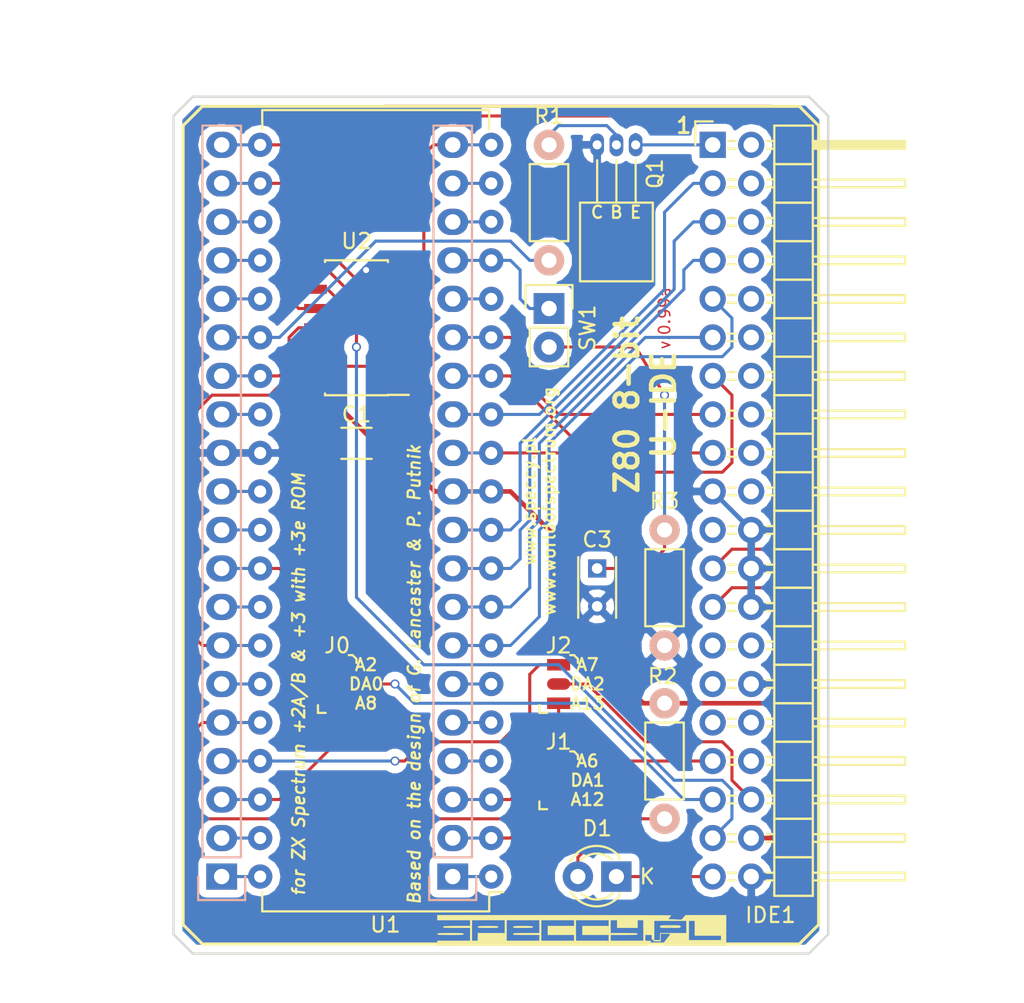
<source format=kicad_pcb>
(kicad_pcb (version 4) (host pcbnew 4.0.4-stable)

  (general
    (links 92)
    (no_connects 0)
    (area 114.070001 73.5 184.685715 141.130001)
    (thickness 1.6)
    (drawings 38)
    (tracks 254)
    (zones 0)
    (modules 17)
    (nets 69)
  )

  (page A4)
  (title_block
    (title "ZX Spectrum Z80 8-bit Universal IDE")
    (date 2016-12-14)
    (rev 0.99a)
    (comment 1 "Debounced NMI button")
    (comment 2 "Compatible with +3e ROM & PPROM")
    (comment 4 "Based on design by G. Lancaster & P. Putnik")
  )

  (layers
    (0 F.Cu signal)
    (31 B.Cu signal)
    (32 B.Adhes user)
    (33 F.Adhes user)
    (34 B.Paste user)
    (35 F.Paste user)
    (36 B.SilkS user)
    (37 F.SilkS user)
    (38 B.Mask user)
    (39 F.Mask user)
    (40 Dwgs.User user)
    (41 Cmts.User user)
    (42 Eco1.User user)
    (43 Eco2.User user)
    (44 Edge.Cuts user)
    (45 Margin user hide)
    (46 B.CrtYd user)
    (47 F.CrtYd user)
    (48 B.Fab user)
    (49 F.Fab user)
  )

  (setup
    (last_trace_width 0.2032)
    (trace_clearance 0.2032)
    (zone_clearance 0.508)
    (zone_45_only yes)
    (trace_min 0.1524)
    (segment_width 0.2)
    (edge_width 0.15)
    (via_size 0.6)
    (via_drill 0.4)
    (via_min_size 0.4)
    (via_min_drill 0.3)
    (uvia_size 0.3)
    (uvia_drill 0.1)
    (uvias_allowed no)
    (uvia_min_size 0.2)
    (uvia_min_drill 0.1)
    (pcb_text_width 0.3)
    (pcb_text_size 1.5 1.5)
    (mod_edge_width 0.15)
    (mod_text_size 1 1)
    (mod_text_width 0.15)
    (pad_size 1.524 1.524)
    (pad_drill 0.762)
    (pad_to_mask_clearance 0.2)
    (aux_axis_origin 0 0)
    (grid_origin 158.115 113.665)
    (visible_elements FFFFFF7F)
    (pcbplotparams
      (layerselection 0x00000_00000001)
      (usegerberextensions false)
      (excludeedgelayer true)
      (linewidth 0.100000)
      (plotframeref false)
      (viasonmask false)
      (mode 1)
      (useauxorigin false)
      (hpglpennumber 1)
      (hpglpenspeed 20)
      (hpglpendiameter 15)
      (hpglpenoverlay 2)
      (psnegative false)
      (psa4output false)
      (plotreference true)
      (plotvalue true)
      (plotinvisibletext false)
      (padsonsilk false)
      (subtractmaskfromsilk false)
      (outputformat 5)
      (mirror false)
      (drillshape 0)
      (scaleselection 1)
      (outputdirectory ""))
  )

  (net 0 "")
  (net 1 VCC)
  (net 2 GND)
  (net 3 "Net-(IDE1-Pad1)")
  (net 4 "Net-(IDE1-Pad2)")
  (net 5 /D7)
  (net 6 "Net-(IDE1-Pad4)")
  (net 7 /D6)
  (net 8 "Net-(IDE1-Pad6)")
  (net 9 /D5)
  (net 10 "Net-(IDE1-Pad8)")
  (net 11 /D4)
  (net 12 "Net-(IDE1-Pad10)")
  (net 13 /D3)
  (net 14 "Net-(IDE1-Pad12)")
  (net 15 /D2)
  (net 16 "Net-(IDE1-Pad14)")
  (net 17 /D1)
  (net 18 "Net-(IDE1-Pad16)")
  (net 19 /D0)
  (net 20 "Net-(IDE1-Pad18)")
  (net 21 "Net-(IDE1-Pad20)")
  (net 22 "Net-(IDE1-Pad21)")
  (net 23 /~WR~)
  (net 24 /~RD~)
  (net 25 "Net-(IDE1-Pad27)")
  (net 26 "Net-(IDE1-Pad28)")
  (net 27 "Net-(IDE1-Pad29)")
  (net 28 "Net-(IDE1-Pad31)")
  (net 29 "Net-(IDE1-Pad32)")
  (net 30 /A12)
  (net 31 "Net-(IDE1-Pad34)")
  (net 32 /A8)
  (net 33 /A13)
  (net 34 /CS0)
  (net 35 /A11)
  (net 36 /A14)
  (net 37 /A15)
  (net 38 /~CLK~)
  (net 39 /~INT~)
  (net 40 /~NMI~)
  (net 41 /~HALT~)
  (net 42 /~MREQ~)
  (net 43 /~IORQ~)
  (net 44 /A10)
  (net 45 /A9)
  (net 46 /A7)
  (net 47 /A6)
  (net 48 /A5)
  (net 49 /A4)
  (net 50 /A3)
  (net 51 /A2)
  (net 52 /A1)
  (net 53 /A0)
  (net 54 /~RFSH~)
  (net 55 /~M1~)
  (net 56 /~RESET~)
  (net 57 /~BRQ~)
  (net 58 /~WAIT~)
  (net 59 /~BACT~)
  (net 60 "Net-(Q1-Pad2)")
  (net 61 "Net-(U2-Pad10)")
  (net 62 "Net-(U2-Pad12)")
  (net 63 "Net-(D1-Pad1)")
  (net 64 "Net-(D1-Pad2)")
  (net 65 "Net-(C3-Pad1)")
  (net 66 "Net-(IDE1-Pad33)")
  (net 67 "Net-(IDE1-Pad35)")
  (net 68 "Net-(IDE1-Pad36)")

  (net_class Default "This is the default net class."
    (clearance 0.2032)
    (trace_width 0.2032)
    (via_dia 0.6)
    (via_drill 0.4)
    (uvia_dia 0.3)
    (uvia_drill 0.1)
    (add_net /A0)
    (add_net /A1)
    (add_net /A10)
    (add_net /A11)
    (add_net /A12)
    (add_net /A13)
    (add_net /A14)
    (add_net /A15)
    (add_net /A2)
    (add_net /A3)
    (add_net /A4)
    (add_net /A5)
    (add_net /A6)
    (add_net /A7)
    (add_net /A8)
    (add_net /A9)
    (add_net /CS0)
    (add_net /D0)
    (add_net /D1)
    (add_net /D2)
    (add_net /D3)
    (add_net /D4)
    (add_net /D5)
    (add_net /D6)
    (add_net /D7)
    (add_net /~BACT~)
    (add_net /~BRQ~)
    (add_net /~CLK~)
    (add_net /~HALT~)
    (add_net /~INT~)
    (add_net /~IORQ~)
    (add_net /~M1~)
    (add_net /~MREQ~)
    (add_net /~NMI~)
    (add_net /~RD~)
    (add_net /~RESET~)
    (add_net /~RFSH~)
    (add_net /~WAIT~)
    (add_net /~WR~)
    (add_net "Net-(C3-Pad1)")
    (add_net "Net-(D1-Pad1)")
    (add_net "Net-(D1-Pad2)")
    (add_net "Net-(IDE1-Pad1)")
    (add_net "Net-(IDE1-Pad10)")
    (add_net "Net-(IDE1-Pad12)")
    (add_net "Net-(IDE1-Pad14)")
    (add_net "Net-(IDE1-Pad16)")
    (add_net "Net-(IDE1-Pad18)")
    (add_net "Net-(IDE1-Pad2)")
    (add_net "Net-(IDE1-Pad20)")
    (add_net "Net-(IDE1-Pad21)")
    (add_net "Net-(IDE1-Pad27)")
    (add_net "Net-(IDE1-Pad28)")
    (add_net "Net-(IDE1-Pad29)")
    (add_net "Net-(IDE1-Pad31)")
    (add_net "Net-(IDE1-Pad32)")
    (add_net "Net-(IDE1-Pad33)")
    (add_net "Net-(IDE1-Pad34)")
    (add_net "Net-(IDE1-Pad35)")
    (add_net "Net-(IDE1-Pad36)")
    (add_net "Net-(IDE1-Pad4)")
    (add_net "Net-(IDE1-Pad6)")
    (add_net "Net-(IDE1-Pad8)")
    (add_net "Net-(Q1-Pad2)")
    (add_net "Net-(U2-Pad10)")
    (add_net "Net-(U2-Pad12)")
  )

  (net_class PWR ""
    (clearance 0.2032)
    (trace_width 0.3048)
    (via_dia 0.6)
    (via_drill 0.4)
    (uvia_dia 0.3)
    (uvia_drill 0.1)
    (add_net GND)
    (add_net VCC)
  )

  (module Capacitors_SMD:C_1206_HandSoldering (layer F.Cu) (tedit 583AB90B) (tstamp 583AB75D)
    (at 137.795 102.235 180)
    (descr "Capacitor SMD 1206, hand soldering")
    (tags "capacitor 1206")
    (path /583AA59C)
    (attr smd)
    (fp_text reference C1 (at 0 1.905 180) (layer F.SilkS)
      (effects (font (size 1 1) (thickness 0.15)))
    )
    (fp_text value 22nF (at 0 -1.905 180) (layer F.Fab)
      (effects (font (size 1 1) (thickness 0.15)))
    )
    (fp_line (start -1.6 0.8) (end -1.6 -0.8) (layer F.Fab) (width 0.15))
    (fp_line (start 1.6 0.8) (end -1.6 0.8) (layer F.Fab) (width 0.15))
    (fp_line (start 1.6 -0.8) (end 1.6 0.8) (layer F.Fab) (width 0.15))
    (fp_line (start -1.6 -0.8) (end 1.6 -0.8) (layer F.Fab) (width 0.15))
    (fp_line (start -3.3 -1.15) (end 3.3 -1.15) (layer F.CrtYd) (width 0.05))
    (fp_line (start -3.3 1.15) (end 3.3 1.15) (layer F.CrtYd) (width 0.05))
    (fp_line (start -3.3 -1.15) (end -3.3 1.15) (layer F.CrtYd) (width 0.05))
    (fp_line (start 3.3 -1.15) (end 3.3 1.15) (layer F.CrtYd) (width 0.05))
    (fp_line (start 1 -1.025) (end -1 -1.025) (layer F.SilkS) (width 0.15))
    (fp_line (start -1 1.025) (end 1 1.025) (layer F.SilkS) (width 0.15))
    (pad 1 smd rect (at -2 0 180) (size 2 1.6) (layers F.Cu F.Paste F.Mask)
      (net 1 VCC))
    (pad 2 smd rect (at 2 0 180) (size 2 1.6) (layers F.Cu F.Paste F.Mask)
      (net 2 GND))
    (model Capacitors_SMD.3dshapes/C_1206_HandSoldering.wrl
      (at (xyz 0 0 0))
      (scale (xyz 1 1 1))
      (rotate (xyz 0 0 0))
    )
  )

  (module LEDs:LED-3MM (layer F.Cu) (tedit 58473B9B) (tstamp 583AB76E)
    (at 154.94 130.81 180)
    (descr "LED 3mm round vertical")
    (tags "LED  3mm round vertical")
    (path /5838C6E1)
    (fp_text reference D1 (at 1.27 3.175 360) (layer F.SilkS)
      (effects (font (size 1 1) (thickness 0.15)))
    )
    (fp_text value Yellow (at 1.3 -2.9 180) (layer F.Fab) hide
      (effects (font (size 1 1) (thickness 0.15)))
    )
    (fp_line (start -1.2 2.3) (end 3.8 2.3) (layer F.CrtYd) (width 0.05))
    (fp_line (start 3.8 2.3) (end 3.8 -2.2) (layer F.CrtYd) (width 0.05))
    (fp_line (start 3.8 -2.2) (end -1.2 -2.2) (layer F.CrtYd) (width 0.05))
    (fp_line (start -1.2 -2.2) (end -1.2 2.3) (layer F.CrtYd) (width 0.05))
    (fp_line (start -0.199 1.314) (end -0.199 1.114) (layer F.SilkS) (width 0.15))
    (fp_line (start -0.199 -1.28) (end -0.199 -1.1) (layer F.SilkS) (width 0.15))
    (fp_arc (start 1.301 0.034) (end -0.199 -1.286) (angle 108.5) (layer F.SilkS) (width 0.15))
    (fp_arc (start 1.301 0.034) (end 0.25 -1.1) (angle 85.7) (layer F.SilkS) (width 0.15))
    (fp_arc (start 1.311 0.034) (end 3.051 0.994) (angle 110) (layer F.SilkS) (width 0.15))
    (fp_arc (start 1.301 0.034) (end 2.335 1.094) (angle 87.5) (layer F.SilkS) (width 0.15))
    (fp_text user K (at -2.032 0 180) (layer F.SilkS)
      (effects (font (size 1 1) (thickness 0.15)))
    )
    (pad 1 thru_hole rect (at 0 0 270) (size 2 2) (drill 1.00076) (layers *.Cu *.Mask)
      (net 63 "Net-(D1-Pad1)"))
    (pad 2 thru_hole circle (at 2.54 0 180) (size 2 2) (drill 1.00076) (layers *.Cu *.Mask)
      (net 64 "Net-(D1-Pad2)"))
    (model LEDs.3dshapes/LED-3MM.wrl
      (at (xyz 0.05 0 0))
      (scale (xyz 1 1 1))
      (rotate (xyz 0 0 90))
    )
  )

  (module Pin_Headers:Pin_Header_Angled_2x20 (layer F.Cu) (tedit 5851C60B) (tstamp 583AB7BE)
    (at 161.29 82.55)
    (descr "Through hole pin header")
    (tags "pin header")
    (path /5838AF5E)
    (fp_text reference IDE1 (at 3.81 50.8) (layer F.SilkS)
      (effects (font (size 1 1) (thickness 0.15)))
    )
    (fp_text value CONN_02X20 (at 0 -3.1) (layer F.Fab) hide
      (effects (font (size 1 1) (thickness 0.15)))
    )
    (fp_line (start -1.35 -1.75) (end -1.35 50.05) (layer F.CrtYd) (width 0.05))
    (fp_line (start 13.2 -1.75) (end 13.2 50.05) (layer F.CrtYd) (width 0.05))
    (fp_line (start -1.35 -1.75) (end 13.2 -1.75) (layer F.CrtYd) (width 0.05))
    (fp_line (start -1.35 50.05) (end 13.2 50.05) (layer F.CrtYd) (width 0.05))
    (fp_line (start 1.524 9.906) (end 1.016 9.906) (layer F.SilkS) (width 0.15))
    (fp_line (start 1.524 10.414) (end 1.016 10.414) (layer F.SilkS) (width 0.15))
    (fp_line (start 1.524 12.446) (end 1.016 12.446) (layer F.SilkS) (width 0.15))
    (fp_line (start 1.524 12.954) (end 1.016 12.954) (layer F.SilkS) (width 0.15))
    (fp_line (start 1.524 7.874) (end 1.016 7.874) (layer F.SilkS) (width 0.15))
    (fp_line (start 1.524 7.366) (end 1.016 7.366) (layer F.SilkS) (width 0.15))
    (fp_line (start 1.524 5.334) (end 1.016 5.334) (layer F.SilkS) (width 0.15))
    (fp_line (start 1.524 4.826) (end 1.016 4.826) (layer F.SilkS) (width 0.15))
    (fp_line (start 1.524 2.794) (end 1.016 2.794) (layer F.SilkS) (width 0.15))
    (fp_line (start 1.524 2.286) (end 1.016 2.286) (layer F.SilkS) (width 0.15))
    (fp_line (start 1.524 0.254) (end 1.016 0.254) (layer F.SilkS) (width 0.15))
    (fp_line (start 1.524 -0.254) (end 1.016 -0.254) (layer F.SilkS) (width 0.15))
    (fp_line (start 1.524 40.386) (end 1.016 40.386) (layer F.SilkS) (width 0.15))
    (fp_line (start 1.524 40.894) (end 1.016 40.894) (layer F.SilkS) (width 0.15))
    (fp_line (start 1.524 42.926) (end 1.016 42.926) (layer F.SilkS) (width 0.15))
    (fp_line (start 1.524 43.434) (end 1.016 43.434) (layer F.SilkS) (width 0.15))
    (fp_line (start 1.524 38.354) (end 1.016 38.354) (layer F.SilkS) (width 0.15))
    (fp_line (start 1.524 37.846) (end 1.016 37.846) (layer F.SilkS) (width 0.15))
    (fp_line (start 1.524 35.814) (end 1.016 35.814) (layer F.SilkS) (width 0.15))
    (fp_line (start 1.524 35.306) (end 1.016 35.306) (layer F.SilkS) (width 0.15))
    (fp_line (start 1.524 45.466) (end 1.016 45.466) (layer F.SilkS) (width 0.15))
    (fp_line (start 1.524 45.974) (end 1.016 45.974) (layer F.SilkS) (width 0.15))
    (fp_line (start 1.524 48.006) (end 1.016 48.006) (layer F.SilkS) (width 0.15))
    (fp_line (start 1.524 48.514) (end 1.016 48.514) (layer F.SilkS) (width 0.15))
    (fp_line (start 1.524 30.226) (end 1.016 30.226) (layer F.SilkS) (width 0.15))
    (fp_line (start 1.524 30.734) (end 1.016 30.734) (layer F.SilkS) (width 0.15))
    (fp_line (start 1.524 32.766) (end 1.016 32.766) (layer F.SilkS) (width 0.15))
    (fp_line (start 1.524 33.274) (end 1.016 33.274) (layer F.SilkS) (width 0.15))
    (fp_line (start 1.524 28.194) (end 1.016 28.194) (layer F.SilkS) (width 0.15))
    (fp_line (start 1.524 27.686) (end 1.016 27.686) (layer F.SilkS) (width 0.15))
    (fp_line (start 1.524 25.654) (end 1.016 25.654) (layer F.SilkS) (width 0.15))
    (fp_line (start 1.524 25.146) (end 1.016 25.146) (layer F.SilkS) (width 0.15))
    (fp_line (start 1.524 14.986) (end 1.016 14.986) (layer F.SilkS) (width 0.15))
    (fp_line (start 1.524 15.494) (end 1.016 15.494) (layer F.SilkS) (width 0.15))
    (fp_line (start 1.524 17.526) (end 1.016 17.526) (layer F.SilkS) (width 0.15))
    (fp_line (start 1.524 18.034) (end 1.016 18.034) (layer F.SilkS) (width 0.15))
    (fp_line (start 1.524 23.114) (end 1.016 23.114) (layer F.SilkS) (width 0.15))
    (fp_line (start 1.524 22.606) (end 1.016 22.606) (layer F.SilkS) (width 0.15))
    (fp_line (start 1.524 20.574) (end 1.016 20.574) (layer F.SilkS) (width 0.15))
    (fp_line (start 1.524 20.066) (end 1.016 20.066) (layer F.SilkS) (width 0.15))
    (fp_line (start 4.064 45.466) (end 3.556 45.466) (layer F.SilkS) (width 0.15))
    (fp_line (start 4.064 45.974) (end 3.556 45.974) (layer F.SilkS) (width 0.15))
    (fp_line (start 4.064 48.006) (end 3.556 48.006) (layer F.SilkS) (width 0.15))
    (fp_line (start 4.064 48.514) (end 3.556 48.514) (layer F.SilkS) (width 0.15))
    (fp_line (start 4.064 43.434) (end 3.556 43.434) (layer F.SilkS) (width 0.15))
    (fp_line (start 4.064 42.926) (end 3.556 42.926) (layer F.SilkS) (width 0.15))
    (fp_line (start 4.064 40.894) (end 3.556 40.894) (layer F.SilkS) (width 0.15))
    (fp_line (start 4.064 40.386) (end 3.556 40.386) (layer F.SilkS) (width 0.15))
    (fp_line (start 4.064 25.146) (end 3.556 25.146) (layer F.SilkS) (width 0.15))
    (fp_line (start 4.064 25.654) (end 3.556 25.654) (layer F.SilkS) (width 0.15))
    (fp_line (start 4.064 27.686) (end 3.556 27.686) (layer F.SilkS) (width 0.15))
    (fp_line (start 4.064 28.194) (end 3.556 28.194) (layer F.SilkS) (width 0.15))
    (fp_line (start 4.064 23.114) (end 3.556 23.114) (layer F.SilkS) (width 0.15))
    (fp_line (start 4.064 22.606) (end 3.556 22.606) (layer F.SilkS) (width 0.15))
    (fp_line (start 4.064 20.574) (end 3.556 20.574) (layer F.SilkS) (width 0.15))
    (fp_line (start 4.064 20.066) (end 3.556 20.066) (layer F.SilkS) (width 0.15))
    (fp_line (start 4.064 30.226) (end 3.556 30.226) (layer F.SilkS) (width 0.15))
    (fp_line (start 4.064 30.734) (end 3.556 30.734) (layer F.SilkS) (width 0.15))
    (fp_line (start 4.064 32.766) (end 3.556 32.766) (layer F.SilkS) (width 0.15))
    (fp_line (start 4.064 33.274) (end 3.556 33.274) (layer F.SilkS) (width 0.15))
    (fp_line (start 4.064 38.354) (end 3.556 38.354) (layer F.SilkS) (width 0.15))
    (fp_line (start 4.064 37.846) (end 3.556 37.846) (layer F.SilkS) (width 0.15))
    (fp_line (start 4.064 35.814) (end 3.556 35.814) (layer F.SilkS) (width 0.15))
    (fp_line (start 4.064 35.306) (end 3.556 35.306) (layer F.SilkS) (width 0.15))
    (fp_line (start 4.064 14.986) (end 3.556 14.986) (layer F.SilkS) (width 0.15))
    (fp_line (start 4.064 15.494) (end 3.556 15.494) (layer F.SilkS) (width 0.15))
    (fp_line (start 4.064 17.526) (end 3.556 17.526) (layer F.SilkS) (width 0.15))
    (fp_line (start 4.064 18.034) (end 3.556 18.034) (layer F.SilkS) (width 0.15))
    (fp_line (start 4.064 12.954) (end 3.556 12.954) (layer F.SilkS) (width 0.15))
    (fp_line (start 4.064 12.446) (end 3.556 12.446) (layer F.SilkS) (width 0.15))
    (fp_line (start 4.064 10.414) (end 3.556 10.414) (layer F.SilkS) (width 0.15))
    (fp_line (start 4.064 9.906) (end 3.556 9.906) (layer F.SilkS) (width 0.15))
    (fp_line (start 4.064 -0.254) (end 3.556 -0.254) (layer F.SilkS) (width 0.15))
    (fp_line (start 4.064 0.254) (end 3.556 0.254) (layer F.SilkS) (width 0.15))
    (fp_line (start 4.064 2.286) (end 3.556 2.286) (layer F.SilkS) (width 0.15))
    (fp_line (start 4.064 2.794) (end 3.556 2.794) (layer F.SilkS) (width 0.15))
    (fp_line (start 4.064 7.874) (end 3.556 7.874) (layer F.SilkS) (width 0.15))
    (fp_line (start 4.064 7.366) (end 3.556 7.366) (layer F.SilkS) (width 0.15))
    (fp_line (start 4.064 5.334) (end 3.556 5.334) (layer F.SilkS) (width 0.15))
    (fp_line (start 4.064 4.826) (end 3.556 4.826) (layer F.SilkS) (width 0.15))
    (fp_line (start 0 -1.55) (end -1.15 -1.55) (layer F.SilkS) (width 0.15))
    (fp_line (start -1.15 -1.55) (end -1.15 0) (layer F.SilkS) (width 0.15))
    (fp_line (start 6.604 -0.127) (end 12.573 -0.127) (layer F.SilkS) (width 0.15))
    (fp_line (start 12.573 -0.127) (end 12.573 0.127) (layer F.SilkS) (width 0.15))
    (fp_line (start 12.573 0.127) (end 6.731 0.127) (layer F.SilkS) (width 0.15))
    (fp_line (start 6.731 0.127) (end 6.731 0) (layer F.SilkS) (width 0.15))
    (fp_line (start 6.731 0) (end 12.573 0) (layer F.SilkS) (width 0.15))
    (fp_line (start 4.064 39.37) (end 6.604 39.37) (layer F.SilkS) (width 0.15))
    (fp_line (start 4.064 39.37) (end 4.064 41.91) (layer F.SilkS) (width 0.15))
    (fp_line (start 4.064 41.91) (end 6.604 41.91) (layer F.SilkS) (width 0.15))
    (fp_line (start 6.604 40.386) (end 12.7 40.386) (layer F.SilkS) (width 0.15))
    (fp_line (start 12.7 40.386) (end 12.7 40.894) (layer F.SilkS) (width 0.15))
    (fp_line (start 12.7 40.894) (end 6.604 40.894) (layer F.SilkS) (width 0.15))
    (fp_line (start 6.604 41.91) (end 6.604 39.37) (layer F.SilkS) (width 0.15))
    (fp_line (start 6.604 44.45) (end 6.604 41.91) (layer F.SilkS) (width 0.15))
    (fp_line (start 12.7 43.434) (end 6.604 43.434) (layer F.SilkS) (width 0.15))
    (fp_line (start 12.7 42.926) (end 12.7 43.434) (layer F.SilkS) (width 0.15))
    (fp_line (start 6.604 42.926) (end 12.7 42.926) (layer F.SilkS) (width 0.15))
    (fp_line (start 4.064 44.45) (end 6.604 44.45) (layer F.SilkS) (width 0.15))
    (fp_line (start 4.064 41.91) (end 4.064 44.45) (layer F.SilkS) (width 0.15))
    (fp_line (start 4.064 41.91) (end 6.604 41.91) (layer F.SilkS) (width 0.15))
    (fp_line (start 4.064 46.99) (end 6.604 46.99) (layer F.SilkS) (width 0.15))
    (fp_line (start 4.064 46.99) (end 4.064 49.53) (layer F.SilkS) (width 0.15))
    (fp_line (start 6.604 48.006) (end 12.7 48.006) (layer F.SilkS) (width 0.15))
    (fp_line (start 12.7 48.006) (end 12.7 48.514) (layer F.SilkS) (width 0.15))
    (fp_line (start 12.7 48.514) (end 6.604 48.514) (layer F.SilkS) (width 0.15))
    (fp_line (start 6.604 49.53) (end 6.604 46.99) (layer F.SilkS) (width 0.15))
    (fp_line (start 6.604 46.99) (end 6.604 44.45) (layer F.SilkS) (width 0.15))
    (fp_line (start 12.7 45.974) (end 6.604 45.974) (layer F.SilkS) (width 0.15))
    (fp_line (start 12.7 45.466) (end 12.7 45.974) (layer F.SilkS) (width 0.15))
    (fp_line (start 6.604 45.466) (end 12.7 45.466) (layer F.SilkS) (width 0.15))
    (fp_line (start 4.064 46.99) (end 6.604 46.99) (layer F.SilkS) (width 0.15))
    (fp_line (start 4.064 44.45) (end 4.064 46.99) (layer F.SilkS) (width 0.15))
    (fp_line (start 4.064 44.45) (end 6.604 44.45) (layer F.SilkS) (width 0.15))
    (fp_line (start 4.064 49.53) (end 6.604 49.53) (layer F.SilkS) (width 0.15))
    (fp_line (start 4.064 19.05) (end 6.604 19.05) (layer F.SilkS) (width 0.15))
    (fp_line (start 4.064 19.05) (end 4.064 21.59) (layer F.SilkS) (width 0.15))
    (fp_line (start 4.064 21.59) (end 6.604 21.59) (layer F.SilkS) (width 0.15))
    (fp_line (start 6.604 20.066) (end 12.7 20.066) (layer F.SilkS) (width 0.15))
    (fp_line (start 12.7 20.066) (end 12.7 20.574) (layer F.SilkS) (width 0.15))
    (fp_line (start 12.7 20.574) (end 6.604 20.574) (layer F.SilkS) (width 0.15))
    (fp_line (start 6.604 21.59) (end 6.604 19.05) (layer F.SilkS) (width 0.15))
    (fp_line (start 6.604 24.13) (end 6.604 21.59) (layer F.SilkS) (width 0.15))
    (fp_line (start 12.7 23.114) (end 6.604 23.114) (layer F.SilkS) (width 0.15))
    (fp_line (start 12.7 22.606) (end 12.7 23.114) (layer F.SilkS) (width 0.15))
    (fp_line (start 6.604 22.606) (end 12.7 22.606) (layer F.SilkS) (width 0.15))
    (fp_line (start 4.064 24.13) (end 6.604 24.13) (layer F.SilkS) (width 0.15))
    (fp_line (start 4.064 21.59) (end 4.064 24.13) (layer F.SilkS) (width 0.15))
    (fp_line (start 4.064 21.59) (end 6.604 21.59) (layer F.SilkS) (width 0.15))
    (fp_line (start 4.064 26.67) (end 6.604 26.67) (layer F.SilkS) (width 0.15))
    (fp_line (start 4.064 26.67) (end 4.064 29.21) (layer F.SilkS) (width 0.15))
    (fp_line (start 4.064 29.21) (end 6.604 29.21) (layer F.SilkS) (width 0.15))
    (fp_line (start 6.604 27.686) (end 12.7 27.686) (layer F.SilkS) (width 0.15))
    (fp_line (start 12.7 27.686) (end 12.7 28.194) (layer F.SilkS) (width 0.15))
    (fp_line (start 12.7 28.194) (end 6.604 28.194) (layer F.SilkS) (width 0.15))
    (fp_line (start 6.604 29.21) (end 6.604 26.67) (layer F.SilkS) (width 0.15))
    (fp_line (start 6.604 26.67) (end 6.604 24.13) (layer F.SilkS) (width 0.15))
    (fp_line (start 12.7 25.654) (end 6.604 25.654) (layer F.SilkS) (width 0.15))
    (fp_line (start 12.7 25.146) (end 12.7 25.654) (layer F.SilkS) (width 0.15))
    (fp_line (start 6.604 25.146) (end 12.7 25.146) (layer F.SilkS) (width 0.15))
    (fp_line (start 4.064 26.67) (end 6.604 26.67) (layer F.SilkS) (width 0.15))
    (fp_line (start 4.064 24.13) (end 4.064 26.67) (layer F.SilkS) (width 0.15))
    (fp_line (start 4.064 24.13) (end 6.604 24.13) (layer F.SilkS) (width 0.15))
    (fp_line (start 4.064 34.29) (end 6.604 34.29) (layer F.SilkS) (width 0.15))
    (fp_line (start 4.064 34.29) (end 4.064 36.83) (layer F.SilkS) (width 0.15))
    (fp_line (start 4.064 36.83) (end 6.604 36.83) (layer F.SilkS) (width 0.15))
    (fp_line (start 6.604 35.306) (end 12.7 35.306) (layer F.SilkS) (width 0.15))
    (fp_line (start 12.7 35.306) (end 12.7 35.814) (layer F.SilkS) (width 0.15))
    (fp_line (start 12.7 35.814) (end 6.604 35.814) (layer F.SilkS) (width 0.15))
    (fp_line (start 6.604 36.83) (end 6.604 34.29) (layer F.SilkS) (width 0.15))
    (fp_line (start 6.604 39.37) (end 6.604 36.83) (layer F.SilkS) (width 0.15))
    (fp_line (start 12.7 38.354) (end 6.604 38.354) (layer F.SilkS) (width 0.15))
    (fp_line (start 12.7 37.846) (end 12.7 38.354) (layer F.SilkS) (width 0.15))
    (fp_line (start 6.604 37.846) (end 12.7 37.846) (layer F.SilkS) (width 0.15))
    (fp_line (start 4.064 39.37) (end 6.604 39.37) (layer F.SilkS) (width 0.15))
    (fp_line (start 4.064 36.83) (end 4.064 39.37) (layer F.SilkS) (width 0.15))
    (fp_line (start 4.064 36.83) (end 6.604 36.83) (layer F.SilkS) (width 0.15))
    (fp_line (start 4.064 31.75) (end 6.604 31.75) (layer F.SilkS) (width 0.15))
    (fp_line (start 4.064 31.75) (end 4.064 34.29) (layer F.SilkS) (width 0.15))
    (fp_line (start 4.064 34.29) (end 6.604 34.29) (layer F.SilkS) (width 0.15))
    (fp_line (start 6.604 32.766) (end 12.7 32.766) (layer F.SilkS) (width 0.15))
    (fp_line (start 12.7 32.766) (end 12.7 33.274) (layer F.SilkS) (width 0.15))
    (fp_line (start 12.7 33.274) (end 6.604 33.274) (layer F.SilkS) (width 0.15))
    (fp_line (start 6.604 34.29) (end 6.604 31.75) (layer F.SilkS) (width 0.15))
    (fp_line (start 6.604 31.75) (end 6.604 29.21) (layer F.SilkS) (width 0.15))
    (fp_line (start 12.7 30.734) (end 6.604 30.734) (layer F.SilkS) (width 0.15))
    (fp_line (start 12.7 30.226) (end 12.7 30.734) (layer F.SilkS) (width 0.15))
    (fp_line (start 6.604 30.226) (end 12.7 30.226) (layer F.SilkS) (width 0.15))
    (fp_line (start 4.064 31.75) (end 6.604 31.75) (layer F.SilkS) (width 0.15))
    (fp_line (start 4.064 29.21) (end 4.064 31.75) (layer F.SilkS) (width 0.15))
    (fp_line (start 4.064 29.21) (end 6.604 29.21) (layer F.SilkS) (width 0.15))
    (fp_line (start 4.064 8.89) (end 6.604 8.89) (layer F.SilkS) (width 0.15))
    (fp_line (start 4.064 8.89) (end 4.064 11.43) (layer F.SilkS) (width 0.15))
    (fp_line (start 4.064 11.43) (end 6.604 11.43) (layer F.SilkS) (width 0.15))
    (fp_line (start 6.604 9.906) (end 12.7 9.906) (layer F.SilkS) (width 0.15))
    (fp_line (start 12.7 9.906) (end 12.7 10.414) (layer F.SilkS) (width 0.15))
    (fp_line (start 12.7 10.414) (end 6.604 10.414) (layer F.SilkS) (width 0.15))
    (fp_line (start 6.604 11.43) (end 6.604 8.89) (layer F.SilkS) (width 0.15))
    (fp_line (start 6.604 13.97) (end 6.604 11.43) (layer F.SilkS) (width 0.15))
    (fp_line (start 12.7 12.954) (end 6.604 12.954) (layer F.SilkS) (width 0.15))
    (fp_line (start 12.7 12.446) (end 12.7 12.954) (layer F.SilkS) (width 0.15))
    (fp_line (start 6.604 12.446) (end 12.7 12.446) (layer F.SilkS) (width 0.15))
    (fp_line (start 4.064 13.97) (end 6.604 13.97) (layer F.SilkS) (width 0.15))
    (fp_line (start 4.064 11.43) (end 4.064 13.97) (layer F.SilkS) (width 0.15))
    (fp_line (start 4.064 11.43) (end 6.604 11.43) (layer F.SilkS) (width 0.15))
    (fp_line (start 4.064 16.51) (end 6.604 16.51) (layer F.SilkS) (width 0.15))
    (fp_line (start 4.064 16.51) (end 4.064 19.05) (layer F.SilkS) (width 0.15))
    (fp_line (start 4.064 19.05) (end 6.604 19.05) (layer F.SilkS) (width 0.15))
    (fp_line (start 6.604 17.526) (end 12.7 17.526) (layer F.SilkS) (width 0.15))
    (fp_line (start 12.7 17.526) (end 12.7 18.034) (layer F.SilkS) (width 0.15))
    (fp_line (start 12.7 18.034) (end 6.604 18.034) (layer F.SilkS) (width 0.15))
    (fp_line (start 6.604 19.05) (end 6.604 16.51) (layer F.SilkS) (width 0.15))
    (fp_line (start 6.604 16.51) (end 6.604 13.97) (layer F.SilkS) (width 0.15))
    (fp_line (start 12.7 15.494) (end 6.604 15.494) (layer F.SilkS) (width 0.15))
    (fp_line (start 12.7 14.986) (end 12.7 15.494) (layer F.SilkS) (width 0.15))
    (fp_line (start 6.604 14.986) (end 12.7 14.986) (layer F.SilkS) (width 0.15))
    (fp_line (start 4.064 16.51) (end 6.604 16.51) (layer F.SilkS) (width 0.15))
    (fp_line (start 4.064 13.97) (end 4.064 16.51) (layer F.SilkS) (width 0.15))
    (fp_line (start 4.064 13.97) (end 6.604 13.97) (layer F.SilkS) (width 0.15))
    (fp_line (start 4.064 3.81) (end 6.604 3.81) (layer F.SilkS) (width 0.15))
    (fp_line (start 4.064 3.81) (end 4.064 6.35) (layer F.SilkS) (width 0.15))
    (fp_line (start 4.064 6.35) (end 6.604 6.35) (layer F.SilkS) (width 0.15))
    (fp_line (start 6.604 4.826) (end 12.7 4.826) (layer F.SilkS) (width 0.15))
    (fp_line (start 12.7 4.826) (end 12.7 5.334) (layer F.SilkS) (width 0.15))
    (fp_line (start 12.7 5.334) (end 6.604 5.334) (layer F.SilkS) (width 0.15))
    (fp_line (start 6.604 6.35) (end 6.604 3.81) (layer F.SilkS) (width 0.15))
    (fp_line (start 6.604 8.89) (end 6.604 6.35) (layer F.SilkS) (width 0.15))
    (fp_line (start 12.7 7.874) (end 6.604 7.874) (layer F.SilkS) (width 0.15))
    (fp_line (start 12.7 7.366) (end 12.7 7.874) (layer F.SilkS) (width 0.15))
    (fp_line (start 6.604 7.366) (end 12.7 7.366) (layer F.SilkS) (width 0.15))
    (fp_line (start 4.064 8.89) (end 6.604 8.89) (layer F.SilkS) (width 0.15))
    (fp_line (start 4.064 6.35) (end 4.064 8.89) (layer F.SilkS) (width 0.15))
    (fp_line (start 4.064 6.35) (end 6.604 6.35) (layer F.SilkS) (width 0.15))
    (fp_line (start 4.064 1.27) (end 6.604 1.27) (layer F.SilkS) (width 0.15))
    (fp_line (start 4.064 1.27) (end 4.064 3.81) (layer F.SilkS) (width 0.15))
    (fp_line (start 4.064 3.81) (end 6.604 3.81) (layer F.SilkS) (width 0.15))
    (fp_line (start 6.604 2.286) (end 12.7 2.286) (layer F.SilkS) (width 0.15))
    (fp_line (start 12.7 2.286) (end 12.7 2.794) (layer F.SilkS) (width 0.15))
    (fp_line (start 12.7 2.794) (end 6.604 2.794) (layer F.SilkS) (width 0.15))
    (fp_line (start 6.604 3.81) (end 6.604 1.27) (layer F.SilkS) (width 0.15))
    (fp_line (start 6.604 1.27) (end 6.604 -1.27) (layer F.SilkS) (width 0.15))
    (fp_line (start 12.7 0.254) (end 6.604 0.254) (layer F.SilkS) (width 0.15))
    (fp_line (start 12.7 -0.254) (end 12.7 0.254) (layer F.SilkS) (width 0.15))
    (fp_line (start 6.604 -0.254) (end 12.7 -0.254) (layer F.SilkS) (width 0.15))
    (fp_line (start 4.064 1.27) (end 6.604 1.27) (layer F.SilkS) (width 0.15))
    (fp_line (start 4.064 -1.27) (end 4.064 1.27) (layer F.SilkS) (width 0.15))
    (fp_line (start 4.064 -1.27) (end 6.604 -1.27) (layer F.SilkS) (width 0.15))
    (pad 1 thru_hole rect (at 0 0) (size 1.7272 1.7272) (drill 1.016) (layers *.Cu *.Mask)
      (net 3 "Net-(IDE1-Pad1)"))
    (pad 2 thru_hole oval (at 2.54 0) (size 1.7272 1.7272) (drill 1.016) (layers *.Cu *.Mask)
      (net 4 "Net-(IDE1-Pad2)"))
    (pad 3 thru_hole oval (at 0 2.54) (size 1.7272 1.7272) (drill 1.016) (layers *.Cu *.Mask)
      (net 5 /D7))
    (pad 4 thru_hole oval (at 2.54 2.54) (size 1.7272 1.7272) (drill 1.016) (layers *.Cu *.Mask)
      (net 6 "Net-(IDE1-Pad4)"))
    (pad 5 thru_hole oval (at 0 5.08) (size 1.7272 1.7272) (drill 1.016) (layers *.Cu *.Mask)
      (net 7 /D6))
    (pad 6 thru_hole oval (at 2.54 5.08) (size 1.7272 1.7272) (drill 1.016) (layers *.Cu *.Mask)
      (net 8 "Net-(IDE1-Pad6)"))
    (pad 7 thru_hole oval (at 0 7.62) (size 1.7272 1.7272) (drill 1.016) (layers *.Cu *.Mask)
      (net 9 /D5))
    (pad 8 thru_hole oval (at 2.54 7.62) (size 1.7272 1.7272) (drill 1.016) (layers *.Cu *.Mask)
      (net 10 "Net-(IDE1-Pad8)"))
    (pad 9 thru_hole oval (at 0 10.16) (size 1.7272 1.7272) (drill 1.016) (layers *.Cu *.Mask)
      (net 11 /D4))
    (pad 10 thru_hole oval (at 2.54 10.16) (size 1.7272 1.7272) (drill 1.016) (layers *.Cu *.Mask)
      (net 12 "Net-(IDE1-Pad10)"))
    (pad 11 thru_hole oval (at 0 12.7) (size 1.7272 1.7272) (drill 1.016) (layers *.Cu *.Mask)
      (net 13 /D3))
    (pad 12 thru_hole oval (at 2.54 12.7) (size 1.7272 1.7272) (drill 1.016) (layers *.Cu *.Mask)
      (net 14 "Net-(IDE1-Pad12)"))
    (pad 13 thru_hole oval (at 0 15.24) (size 1.7272 1.7272) (drill 1.016) (layers *.Cu *.Mask)
      (net 15 /D2))
    (pad 14 thru_hole oval (at 2.54 15.24) (size 1.7272 1.7272) (drill 1.016) (layers *.Cu *.Mask)
      (net 16 "Net-(IDE1-Pad14)"))
    (pad 15 thru_hole oval (at 0 17.78) (size 1.7272 1.7272) (drill 1.016) (layers *.Cu *.Mask)
      (net 17 /D1))
    (pad 16 thru_hole oval (at 2.54 17.78) (size 1.7272 1.7272) (drill 1.016) (layers *.Cu *.Mask)
      (net 18 "Net-(IDE1-Pad16)"))
    (pad 17 thru_hole oval (at 0 20.32) (size 1.7272 1.7272) (drill 1.016) (layers *.Cu *.Mask)
      (net 19 /D0))
    (pad 18 thru_hole oval (at 2.54 20.32) (size 1.7272 1.7272) (drill 1.016) (layers *.Cu *.Mask)
      (net 20 "Net-(IDE1-Pad18)"))
    (pad 19 thru_hole oval (at 0 22.86) (size 1.7272 1.7272) (drill 1.016) (layers *.Cu *.Mask)
      (net 2 GND))
    (pad 20 thru_hole oval (at 2.54 22.86) (size 1.7272 1.7272) (drill 1.016) (layers *.Cu *.Mask)
      (net 21 "Net-(IDE1-Pad20)"))
    (pad 21 thru_hole oval (at 0 25.4) (size 1.7272 1.7272) (drill 1.016) (layers *.Cu *.Mask)
      (net 22 "Net-(IDE1-Pad21)"))
    (pad 22 thru_hole oval (at 2.54 25.4) (size 1.7272 1.7272) (drill 1.016) (layers *.Cu *.Mask)
      (net 2 GND))
    (pad 23 thru_hole oval (at 0 27.94) (size 1.7272 1.7272) (drill 1.016) (layers *.Cu *.Mask)
      (net 23 /~WR~))
    (pad 24 thru_hole oval (at 2.54 27.94) (size 1.7272 1.7272) (drill 1.016) (layers *.Cu *.Mask)
      (net 2 GND))
    (pad 25 thru_hole oval (at 0 30.48) (size 1.7272 1.7272) (drill 1.016) (layers *.Cu *.Mask)
      (net 24 /~RD~))
    (pad 26 thru_hole oval (at 2.54 30.48) (size 1.7272 1.7272) (drill 1.016) (layers *.Cu *.Mask)
      (net 2 GND))
    (pad 27 thru_hole oval (at 0 33.02) (size 1.7272 1.7272) (drill 1.016) (layers *.Cu *.Mask)
      (net 25 "Net-(IDE1-Pad27)"))
    (pad 28 thru_hole oval (at 2.54 33.02) (size 1.7272 1.7272) (drill 1.016) (layers *.Cu *.Mask)
      (net 26 "Net-(IDE1-Pad28)"))
    (pad 29 thru_hole oval (at 0 35.56) (size 1.7272 1.7272) (drill 1.016) (layers *.Cu *.Mask)
      (net 27 "Net-(IDE1-Pad29)"))
    (pad 30 thru_hole oval (at 2.54 35.56) (size 1.7272 1.7272) (drill 1.016) (layers *.Cu *.Mask)
      (net 2 GND))
    (pad 31 thru_hole oval (at 0 38.1) (size 1.7272 1.7272) (drill 1.016) (layers *.Cu *.Mask)
      (net 28 "Net-(IDE1-Pad31)"))
    (pad 32 thru_hole oval (at 2.54 38.1) (size 1.7272 1.7272) (drill 1.016) (layers *.Cu *.Mask)
      (net 29 "Net-(IDE1-Pad32)"))
    (pad 33 thru_hole oval (at 0 40.64) (size 1.7272 1.7272) (drill 1.016) (layers *.Cu *.Mask)
      (net 66 "Net-(IDE1-Pad33)"))
    (pad 34 thru_hole oval (at 2.54 40.64) (size 1.7272 1.7272) (drill 1.016) (layers *.Cu *.Mask)
      (net 31 "Net-(IDE1-Pad34)"))
    (pad 35 thru_hole oval (at 0 43.18) (size 1.7272 1.7272) (drill 1.016) (layers *.Cu *.Mask)
      (net 67 "Net-(IDE1-Pad35)"))
    (pad 36 thru_hole oval (at 2.54 43.18) (size 1.7272 1.7272) (drill 1.016) (layers *.Cu *.Mask)
      (net 68 "Net-(IDE1-Pad36)"))
    (pad 37 thru_hole oval (at 0 45.72) (size 1.7272 1.7272) (drill 1.016) (layers *.Cu *.Mask)
      (net 34 /CS0))
    (pad 38 thru_hole oval (at 2.54 45.72) (size 1.7272 1.7272) (drill 1.016) (layers *.Cu *.Mask)
      (net 1 VCC))
    (pad 39 thru_hole oval (at 0 48.26) (size 1.7272 1.7272) (drill 1.016) (layers *.Cu *.Mask)
      (net 63 "Net-(D1-Pad1)"))
    (pad 40 thru_hole oval (at 2.54 48.26) (size 1.7272 1.7272) (drill 1.016) (layers *.Cu *.Mask)
      (net 2 GND))
    (model Pin_Headers.3dshapes/Pin_Header_Angled_2x20.wrl
      (at (xyz 0.05 -0.95 0))
      (scale (xyz 1 1 1))
      (rotate (xyz 0 0 90))
    )
  )

  (module Pin_Headers:Pin_Header_Straight_1x20 (layer B.Cu) (tedit 5843398D) (tstamp 583AB7D6)
    (at 144.145 130.81)
    (descr "Through hole pin header")
    (tags "pin header")
    (path /582F559B)
    (fp_text reference P1_1 (at 0 3.175) (layer F.SilkS) hide
      (effects (font (size 1 1) (thickness 0.15)))
    )
    (fp_text value CONN_01X20 (at 0 3.1) (layer B.Fab) hide
      (effects (font (size 1 1) (thickness 0.15)) (justify mirror))
    )
    (fp_line (start -1.75 1.75) (end -1.75 -50.05) (layer B.CrtYd) (width 0.05))
    (fp_line (start 1.75 1.75) (end 1.75 -50.05) (layer B.CrtYd) (width 0.05))
    (fp_line (start -1.75 1.75) (end 1.75 1.75) (layer B.CrtYd) (width 0.05))
    (fp_line (start -1.75 -50.05) (end 1.75 -50.05) (layer B.CrtYd) (width 0.05))
    (fp_line (start 1.27 -1.27) (end 1.27 -49.53) (layer B.SilkS) (width 0.15))
    (fp_line (start 1.27 -49.53) (end -1.27 -49.53) (layer B.SilkS) (width 0.15))
    (fp_line (start -1.27 -49.53) (end -1.27 -1.27) (layer B.SilkS) (width 0.15))
    (fp_line (start 1.55 1.55) (end 1.55 0) (layer B.SilkS) (width 0.15))
    (fp_line (start 1.27 -1.27) (end -1.27 -1.27) (layer B.SilkS) (width 0.15))
    (fp_line (start -1.55 0) (end -1.55 1.55) (layer B.SilkS) (width 0.15))
    (fp_line (start -1.55 1.55) (end 1.55 1.55) (layer B.SilkS) (width 0.15))
    (pad 1 thru_hole rect (at 0 0) (size 2.032 1.7272) (drill 1.016) (layers *.Cu *.Mask)
      (net 35 /A11))
    (pad 2 thru_hole oval (at 0 -2.54) (size 2.032 1.7272) (drill 1.016) (layers *.Cu *.Mask)
      (net 30 /A12))
    (pad 3 thru_hole oval (at 0 -5.08) (size 2.032 1.7272) (drill 1.016) (layers *.Cu *.Mask)
      (net 33 /A13))
    (pad 4 thru_hole oval (at 0 -7.62) (size 2.032 1.7272) (drill 1.016) (layers *.Cu *.Mask)
      (net 36 /A14))
    (pad 5 thru_hole oval (at 0 -10.16) (size 2.032 1.7272) (drill 1.016) (layers *.Cu *.Mask)
      (net 37 /A15))
    (pad 6 thru_hole oval (at 0 -12.7) (size 2.032 1.7272) (drill 1.016) (layers *.Cu *.Mask)
      (net 38 /~CLK~))
    (pad 7 thru_hole oval (at 0 -15.24) (size 2.032 1.7272) (drill 1.016) (layers *.Cu *.Mask)
      (net 11 /D4))
    (pad 8 thru_hole oval (at 0 -17.78) (size 2.032 1.7272) (drill 1.016) (layers *.Cu *.Mask)
      (net 13 /D3))
    (pad 9 thru_hole oval (at 0 -20.32) (size 2.032 1.7272) (drill 1.016) (layers *.Cu *.Mask)
      (net 9 /D5))
    (pad 10 thru_hole oval (at 0 -22.86) (size 2.032 1.7272) (drill 1.016) (layers *.Cu *.Mask)
      (net 7 /D6))
    (pad 11 thru_hole oval (at 0 -25.4) (size 2.032 1.7272) (drill 1.016) (layers *.Cu *.Mask)
      (net 1 VCC))
    (pad 12 thru_hole oval (at 0 -27.94) (size 2.032 1.7272) (drill 1.016) (layers *.Cu *.Mask)
      (net 15 /D2))
    (pad 13 thru_hole oval (at 0 -30.48) (size 2.032 1.7272) (drill 1.016) (layers *.Cu *.Mask)
      (net 5 /D7))
    (pad 14 thru_hole oval (at 0 -33.02) (size 2.032 1.7272) (drill 1.016) (layers *.Cu *.Mask)
      (net 19 /D0))
    (pad 15 thru_hole oval (at 0 -35.56) (size 2.032 1.7272) (drill 1.016) (layers *.Cu *.Mask)
      (net 17 /D1))
    (pad 16 thru_hole oval (at 0 -38.1) (size 2.032 1.7272) (drill 1.016) (layers *.Cu *.Mask)
      (net 39 /~INT~))
    (pad 17 thru_hole oval (at 0 -40.64) (size 2.032 1.7272) (drill 1.016) (layers *.Cu *.Mask)
      (net 40 /~NMI~))
    (pad 18 thru_hole oval (at 0 -43.18) (size 2.032 1.7272) (drill 1.016) (layers *.Cu *.Mask)
      (net 41 /~HALT~))
    (pad 19 thru_hole oval (at 0 -45.72) (size 2.032 1.7272) (drill 1.016) (layers *.Cu *.Mask)
      (net 42 /~MREQ~))
    (pad 20 thru_hole oval (at 0 -48.26) (size 2.032 1.7272) (drill 1.016) (layers *.Cu *.Mask)
      (net 43 /~IORQ~))
    (model Pin_Headers.3dshapes/Pin_Header_Straight_1x20.wrl
      (at (xyz 0 -0.95 0))
      (scale (xyz 1 1 1))
      (rotate (xyz 0 0 90))
    )
  )

  (module Pin_Headers:Pin_Header_Straight_1x20 (layer B.Cu) (tedit 58433991) (tstamp 583AB7EE)
    (at 128.905 130.81)
    (descr "Through hole pin header")
    (tags "pin header")
    (path /582F55D8)
    (fp_text reference P1_2 (at 0 3.175) (layer F.SilkS) hide
      (effects (font (size 1 1) (thickness 0.15)))
    )
    (fp_text value CONN_01X20 (at 0 3.1) (layer B.Fab) hide
      (effects (font (size 1 1) (thickness 0.15)) (justify mirror))
    )
    (fp_line (start -1.75 1.75) (end -1.75 -50.05) (layer B.CrtYd) (width 0.05))
    (fp_line (start 1.75 1.75) (end 1.75 -50.05) (layer B.CrtYd) (width 0.05))
    (fp_line (start -1.75 1.75) (end 1.75 1.75) (layer B.CrtYd) (width 0.05))
    (fp_line (start -1.75 -50.05) (end 1.75 -50.05) (layer B.CrtYd) (width 0.05))
    (fp_line (start 1.27 -1.27) (end 1.27 -49.53) (layer B.SilkS) (width 0.15))
    (fp_line (start 1.27 -49.53) (end -1.27 -49.53) (layer B.SilkS) (width 0.15))
    (fp_line (start -1.27 -49.53) (end -1.27 -1.27) (layer B.SilkS) (width 0.15))
    (fp_line (start 1.55 1.55) (end 1.55 0) (layer B.SilkS) (width 0.15))
    (fp_line (start 1.27 -1.27) (end -1.27 -1.27) (layer B.SilkS) (width 0.15))
    (fp_line (start -1.55 0) (end -1.55 1.55) (layer B.SilkS) (width 0.15))
    (fp_line (start -1.55 1.55) (end 1.55 1.55) (layer B.SilkS) (width 0.15))
    (pad 1 thru_hole rect (at 0 0) (size 2.032 1.7272) (drill 1.016) (layers *.Cu *.Mask)
      (net 44 /A10))
    (pad 2 thru_hole oval (at 0 -2.54) (size 2.032 1.7272) (drill 1.016) (layers *.Cu *.Mask)
      (net 45 /A9))
    (pad 3 thru_hole oval (at 0 -5.08) (size 2.032 1.7272) (drill 1.016) (layers *.Cu *.Mask)
      (net 32 /A8))
    (pad 4 thru_hole oval (at 0 -7.62) (size 2.032 1.7272) (drill 1.016) (layers *.Cu *.Mask)
      (net 46 /A7))
    (pad 5 thru_hole oval (at 0 -10.16) (size 2.032 1.7272) (drill 1.016) (layers *.Cu *.Mask)
      (net 47 /A6))
    (pad 6 thru_hole oval (at 0 -12.7) (size 2.032 1.7272) (drill 1.016) (layers *.Cu *.Mask)
      (net 48 /A5))
    (pad 7 thru_hole oval (at 0 -15.24) (size 2.032 1.7272) (drill 1.016) (layers *.Cu *.Mask)
      (net 49 /A4))
    (pad 8 thru_hole oval (at 0 -17.78) (size 2.032 1.7272) (drill 1.016) (layers *.Cu *.Mask)
      (net 50 /A3))
    (pad 9 thru_hole oval (at 0 -20.32) (size 2.032 1.7272) (drill 1.016) (layers *.Cu *.Mask)
      (net 51 /A2))
    (pad 10 thru_hole oval (at 0 -22.86) (size 2.032 1.7272) (drill 1.016) (layers *.Cu *.Mask)
      (net 52 /A1))
    (pad 11 thru_hole oval (at 0 -25.4) (size 2.032 1.7272) (drill 1.016) (layers *.Cu *.Mask)
      (net 53 /A0))
    (pad 12 thru_hole oval (at 0 -27.94) (size 2.032 1.7272) (drill 1.016) (layers *.Cu *.Mask)
      (net 2 GND))
    (pad 13 thru_hole oval (at 0 -30.48) (size 2.032 1.7272) (drill 1.016) (layers *.Cu *.Mask)
      (net 54 /~RFSH~))
    (pad 14 thru_hole oval (at 0 -33.02) (size 2.032 1.7272) (drill 1.016) (layers *.Cu *.Mask)
      (net 55 /~M1~))
    (pad 15 thru_hole oval (at 0 -35.56) (size 2.032 1.7272) (drill 1.016) (layers *.Cu *.Mask)
      (net 56 /~RESET~))
    (pad 16 thru_hole oval (at 0 -38.1) (size 2.032 1.7272) (drill 1.016) (layers *.Cu *.Mask)
      (net 57 /~BRQ~))
    (pad 17 thru_hole oval (at 0 -40.64) (size 2.032 1.7272) (drill 1.016) (layers *.Cu *.Mask)
      (net 58 /~WAIT~))
    (pad 18 thru_hole oval (at 0 -43.18) (size 2.032 1.7272) (drill 1.016) (layers *.Cu *.Mask)
      (net 59 /~BACT~))
    (pad 19 thru_hole oval (at 0 -45.72) (size 2.032 1.7272) (drill 1.016) (layers *.Cu *.Mask)
      (net 23 /~WR~))
    (pad 20 thru_hole oval (at 0 -48.26) (size 2.032 1.7272) (drill 1.016) (layers *.Cu *.Mask)
      (net 24 /~RD~))
    (model Pin_Headers.3dshapes/Pin_Header_Straight_1x20.wrl
      (at (xyz 0 -0.95 0))
      (scale (xyz 1 1 1))
      (rotate (xyz 0 0 90))
    )
  )

  (module TO_SOT_Packages_THT:TO-92_Horizontal1_Inline_Narrow_Oval (layer F.Cu) (tedit 5851C82A) (tstamp 583AB800)
    (at 153.67 82.55)
    (descr "TO-92 horizontal, leads in-line, narrow, oval pads, drill 0.6mm (see NXP sot054_po.pdf)")
    (tags "to-92 sc-43 sc-43a sot54 PA33 transistor")
    (path /583AA428)
    (fp_text reference Q1 (at 3.81 1.905 90) (layer F.SilkS)
      (effects (font (size 1 1) (thickness 0.15)))
    )
    (fp_text value BC558 (at 1.27 6.35 270) (layer F.Fab)
      (effects (font (size 1 1) (thickness 0.15)))
    )
    (fp_line (start 0 1.016) (end 0 3.81) (layer F.SilkS) (width 0.15))
    (fp_line (start 1.27 1.016) (end 1.27 3.81) (layer F.SilkS) (width 0.15))
    (fp_line (start 2.54 1.016) (end 2.54 3.81) (layer F.SilkS) (width 0.15))
    (fp_line (start -1.13 3.81) (end 3.67 3.81) (layer F.SilkS) (width 0.15))
    (fp_line (start 3.67 3.81) (end 3.67 9) (layer F.SilkS) (width 0.15))
    (fp_line (start 3.67 9) (end -1.13 9) (layer F.SilkS) (width 0.15))
    (fp_line (start -1.13 9) (end -1.13 3.81) (layer F.SilkS) (width 0.15))
    (fp_line (start -1.4 9.25) (end -1.4 -1) (layer F.CrtYd) (width 0.05))
    (fp_line (start -1.4 9.25) (end 3.95 9.25) (layer F.CrtYd) (width 0.05))
    (fp_line (start 3.95 9.25) (end 3.95 -1) (layer F.CrtYd) (width 0.05))
    (fp_line (start -1.4 -1) (end 3.95 -1) (layer F.CrtYd) (width 0.05))
    (pad 2 thru_hole oval (at 1.27 0 180) (size 0.89916 1.50114) (drill 0.6) (layers *.Cu *.Mask)
      (net 60 "Net-(Q1-Pad2)"))
    (pad 3 thru_hole oval (at 2.54 0 180) (size 0.89916 1.50114) (drill 0.6) (layers *.Cu *.Mask)
      (net 3 "Net-(IDE1-Pad1)"))
    (pad 1 thru_hole oval (at 0 0 180) (size 0.89916 1.50114) (drill 0.6) (layers *.Cu *.Mask)
      (net 2 GND))
    (model TO_SOT_Packages_THT.3dshapes/TO-92_Horizontal1_Inline_Narrow_Oval.wrl
      (at (xyz 0.05 0 0))
      (scale (xyz 1 1 1))
      (rotate (xyz 0 0 -90))
    )
  )

  (module Resistors_ThroughHole:Resistor_Horizontal_RM7mm (layer F.Cu) (tedit 5851C812) (tstamp 583AB806)
    (at 150.495 82.55 270)
    (descr "Resistor, Axial,  RM 7.62mm, 1/3W,")
    (tags "Resistor Axial RM 7.62mm 1/3W R3")
    (path /581306C7)
    (fp_text reference R1 (at -1.905 0 360) (layer F.SilkS)
      (effects (font (size 1 1) (thickness 0.15)))
    )
    (fp_text value 100k (at 3.81 0 270) (layer F.Fab)
      (effects (font (size 1 1) (thickness 0.15)))
    )
    (fp_line (start -1.25 -1.5) (end 8.85 -1.5) (layer F.CrtYd) (width 0.05))
    (fp_line (start -1.25 1.5) (end -1.25 -1.5) (layer F.CrtYd) (width 0.05))
    (fp_line (start 8.85 -1.5) (end 8.85 1.5) (layer F.CrtYd) (width 0.05))
    (fp_line (start -1.25 1.5) (end 8.85 1.5) (layer F.CrtYd) (width 0.05))
    (fp_line (start 1.27 -1.27) (end 6.35 -1.27) (layer F.SilkS) (width 0.15))
    (fp_line (start 6.35 -1.27) (end 6.35 1.27) (layer F.SilkS) (width 0.15))
    (fp_line (start 6.35 1.27) (end 1.27 1.27) (layer F.SilkS) (width 0.15))
    (fp_line (start 1.27 1.27) (end 1.27 -1.27) (layer F.SilkS) (width 0.15))
    (pad 1 thru_hole circle (at 0 0 270) (size 1.99898 1.99898) (drill 1.00076) (layers *.Cu *.SilkS *.Mask)
      (net 60 "Net-(Q1-Pad2)"))
    (pad 2 thru_hole circle (at 7.62 0 270) (size 1.99898 1.99898) (drill 1.00076) (layers *.Cu *.SilkS *.Mask)
      (net 56 /~RESET~))
  )

  (module Resistors_ThroughHole:Resistor_Horizontal_RM7mm (layer F.Cu) (tedit 58449204) (tstamp 583AB80C)
    (at 158.115 119.38 270)
    (descr "Resistor, Axial,  RM 7.62mm, 1/3W,")
    (tags "Resistor Axial RM 7.62mm 1/3W R3")
    (path /5838C73C)
    (fp_text reference R2 (at -1.778 0.127 360) (layer F.SilkS)
      (effects (font (size 1 1) (thickness 0.15)))
    )
    (fp_text value 150 (at 3.81 0 270) (layer F.Fab)
      (effects (font (size 1 1) (thickness 0.15)))
    )
    (fp_line (start -1.25 -1.5) (end 8.85 -1.5) (layer F.CrtYd) (width 0.05))
    (fp_line (start -1.25 1.5) (end -1.25 -1.5) (layer F.CrtYd) (width 0.05))
    (fp_line (start 8.85 -1.5) (end 8.85 1.5) (layer F.CrtYd) (width 0.05))
    (fp_line (start -1.25 1.5) (end 8.85 1.5) (layer F.CrtYd) (width 0.05))
    (fp_line (start 1.27 -1.27) (end 6.35 -1.27) (layer F.SilkS) (width 0.15))
    (fp_line (start 6.35 -1.27) (end 6.35 1.27) (layer F.SilkS) (width 0.15))
    (fp_line (start 6.35 1.27) (end 1.27 1.27) (layer F.SilkS) (width 0.15))
    (fp_line (start 1.27 1.27) (end 1.27 -1.27) (layer F.SilkS) (width 0.15))
    (pad 1 thru_hole circle (at 0 0 270) (size 1.99898 1.99898) (drill 1.00076) (layers *.Cu *.SilkS *.Mask)
      (net 1 VCC))
    (pad 2 thru_hole circle (at 7.62 0 270) (size 1.99898 1.99898) (drill 1.00076) (layers *.Cu *.SilkS *.Mask)
      (net 64 "Net-(D1-Pad2)"))
  )

  (module Housings_DIP:DIP-40_W15.24mm (layer F.Cu) (tedit 5843E43B) (tstamp 583AB843)
    (at 146.685 130.81 180)
    (descr "40-lead dip package, row spacing 15.24 mm (600 mils)")
    (tags "dil dip 2.54 600")
    (path /581305DF)
    (fp_text reference U1 (at 6.985 -3.175 180) (layer F.SilkS)
      (effects (font (size 1 1) (thickness 0.15)))
    )
    (fp_text value Z80CPU (at 8.89 0 180) (layer F.Fab)
      (effects (font (size 1 1) (thickness 0.15)))
    )
    (fp_line (start -1.05 -2.45) (end -1.05 50.75) (layer F.CrtYd) (width 0.05))
    (fp_line (start 16.3 -2.45) (end 16.3 50.75) (layer F.CrtYd) (width 0.05))
    (fp_line (start -1.05 -2.45) (end 16.3 -2.45) (layer F.CrtYd) (width 0.05))
    (fp_line (start -1.05 50.75) (end 16.3 50.75) (layer F.CrtYd) (width 0.05))
    (fp_line (start 0.135 -2.295) (end 0.135 -1.025) (layer F.SilkS) (width 0.15))
    (fp_line (start 15.105 -2.295) (end 15.105 -1.025) (layer F.SilkS) (width 0.15))
    (fp_line (start 15.105 50.555) (end 15.105 49.285) (layer F.SilkS) (width 0.15))
    (fp_line (start 0.135 50.555) (end 0.135 49.285) (layer F.SilkS) (width 0.15))
    (fp_line (start 0.135 -2.295) (end 15.105 -2.295) (layer F.SilkS) (width 0.15))
    (fp_line (start 0.135 50.555) (end 15.105 50.555) (layer F.SilkS) (width 0.15))
    (fp_line (start 0.135 -1.025) (end -0.8 -1.025) (layer F.SilkS) (width 0.15))
    (pad 1 thru_hole oval (at 0 0 180) (size 1.6 1.6) (drill 0.8) (layers *.Cu *.Mask)
      (net 35 /A11))
    (pad 2 thru_hole oval (at 0 2.54 180) (size 1.6 1.6) (drill 0.8) (layers *.Cu *.Mask)
      (net 30 /A12))
    (pad 3 thru_hole oval (at 0 5.08 180) (size 1.6 1.6) (drill 0.8) (layers *.Cu *.Mask)
      (net 33 /A13))
    (pad 4 thru_hole oval (at 0 7.62 180) (size 1.6 1.6) (drill 0.8) (layers *.Cu *.Mask)
      (net 36 /A14))
    (pad 5 thru_hole oval (at 0 10.16 180) (size 1.6 1.6) (drill 0.8) (layers *.Cu *.Mask)
      (net 37 /A15))
    (pad 6 thru_hole oval (at 0 12.7 180) (size 1.6 1.6) (drill 0.8) (layers *.Cu *.Mask)
      (net 38 /~CLK~))
    (pad 7 thru_hole oval (at 0 15.24 180) (size 1.6 1.6) (drill 0.8) (layers *.Cu *.Mask)
      (net 11 /D4))
    (pad 8 thru_hole oval (at 0 17.78 180) (size 1.6 1.6) (drill 0.8) (layers *.Cu *.Mask)
      (net 13 /D3))
    (pad 9 thru_hole oval (at 0 20.32 180) (size 1.6 1.6) (drill 0.8) (layers *.Cu *.Mask)
      (net 9 /D5))
    (pad 10 thru_hole oval (at 0 22.86 180) (size 1.6 1.6) (drill 0.8) (layers *.Cu *.Mask)
      (net 7 /D6))
    (pad 11 thru_hole oval (at 0 25.4 180) (size 1.6 1.6) (drill 0.8) (layers *.Cu *.Mask)
      (net 1 VCC))
    (pad 12 thru_hole oval (at 0 27.94 180) (size 1.6 1.6) (drill 0.8) (layers *.Cu *.Mask)
      (net 15 /D2))
    (pad 13 thru_hole oval (at 0 30.48 180) (size 1.6 1.6) (drill 0.8) (layers *.Cu *.Mask)
      (net 5 /D7))
    (pad 14 thru_hole oval (at 0 33.02 180) (size 1.6 1.6) (drill 0.8) (layers *.Cu *.Mask)
      (net 19 /D0))
    (pad 15 thru_hole oval (at 0 35.56 180) (size 1.6 1.6) (drill 0.8) (layers *.Cu *.Mask)
      (net 17 /D1))
    (pad 16 thru_hole oval (at 0 38.1 180) (size 1.6 1.6) (drill 0.8) (layers *.Cu *.Mask)
      (net 39 /~INT~))
    (pad 17 thru_hole oval (at 0 40.64 180) (size 1.6 1.6) (drill 0.8) (layers *.Cu *.Mask)
      (net 40 /~NMI~))
    (pad 18 thru_hole oval (at 0 43.18 180) (size 1.6 1.6) (drill 0.8) (layers *.Cu *.Mask)
      (net 41 /~HALT~))
    (pad 19 thru_hole oval (at 0 45.72 180) (size 1.6 1.6) (drill 0.8) (layers *.Cu *.Mask)
      (net 42 /~MREQ~))
    (pad 20 thru_hole oval (at 0 48.26 180) (size 1.6 1.6) (drill 0.8) (layers *.Cu *.Mask)
      (net 43 /~IORQ~))
    (pad 21 thru_hole oval (at 15.24 48.26 180) (size 1.6 1.6) (drill 0.8) (layers *.Cu *.Mask)
      (net 24 /~RD~))
    (pad 22 thru_hole oval (at 15.24 45.72 180) (size 1.6 1.6) (drill 0.8) (layers *.Cu *.Mask)
      (net 23 /~WR~))
    (pad 23 thru_hole oval (at 15.24 43.18 180) (size 1.6 1.6) (drill 0.8) (layers *.Cu *.Mask)
      (net 59 /~BACT~))
    (pad 24 thru_hole oval (at 15.24 40.64 180) (size 1.6 1.6) (drill 0.8) (layers *.Cu *.Mask)
      (net 58 /~WAIT~))
    (pad 25 thru_hole oval (at 15.24 38.1 180) (size 1.6 1.6) (drill 0.8) (layers *.Cu *.Mask)
      (net 57 /~BRQ~))
    (pad 26 thru_hole oval (at 15.24 35.56 180) (size 1.6 1.6) (drill 0.8) (layers *.Cu *.Mask)
      (net 56 /~RESET~))
    (pad 27 thru_hole oval (at 15.24 33.02 180) (size 1.6 1.6) (drill 0.8) (layers *.Cu *.Mask)
      (net 55 /~M1~))
    (pad 28 thru_hole oval (at 15.24 30.48 180) (size 1.6 1.6) (drill 0.8) (layers *.Cu *.Mask)
      (net 54 /~RFSH~))
    (pad 29 thru_hole oval (at 15.24 27.94 180) (size 1.6 1.6) (drill 0.8) (layers *.Cu *.Mask)
      (net 2 GND))
    (pad 30 thru_hole oval (at 15.24 25.4 180) (size 1.6 1.6) (drill 0.8) (layers *.Cu *.Mask)
      (net 53 /A0))
    (pad 31 thru_hole oval (at 15.24 22.86 180) (size 1.6 1.6) (drill 0.8) (layers *.Cu *.Mask)
      (net 52 /A1))
    (pad 32 thru_hole oval (at 15.24 20.32 180) (size 1.6 1.6) (drill 0.8) (layers *.Cu *.Mask)
      (net 51 /A2))
    (pad 33 thru_hole oval (at 15.24 17.78 180) (size 1.6 1.6) (drill 0.8) (layers *.Cu *.Mask)
      (net 50 /A3))
    (pad 34 thru_hole oval (at 15.24 15.24 180) (size 1.6 1.6) (drill 0.8) (layers *.Cu *.Mask)
      (net 49 /A4))
    (pad 35 thru_hole oval (at 15.24 12.7 180) (size 1.6 1.6) (drill 0.8) (layers *.Cu *.Mask)
      (net 48 /A5))
    (pad 36 thru_hole oval (at 15.24 10.16 180) (size 1.6 1.6) (drill 0.8) (layers *.Cu *.Mask)
      (net 47 /A6))
    (pad 37 thru_hole oval (at 15.24 7.62 180) (size 1.6 1.6) (drill 0.8) (layers *.Cu *.Mask)
      (net 46 /A7))
    (pad 38 thru_hole oval (at 15.24 5.08 180) (size 1.6 1.6) (drill 0.8) (layers *.Cu *.Mask)
      (net 32 /A8))
    (pad 39 thru_hole oval (at 15.24 2.54 180) (size 1.6 1.6) (drill 0.8) (layers *.Cu *.Mask)
      (net 45 /A9))
    (pad 40 thru_hole oval (at 15.24 0 180) (size 1.6 1.6) (drill 0.8) (layers *.Cu *.Mask)
      (net 44 /A10))
    (model Housings_DIP.3dshapes/DIP-40_W15.24mm.wrl
      (at (xyz 0 0 0))
      (scale (xyz 1 1 1))
      (rotate (xyz 0 0 0))
    )
  )

  (module Housings_SOIC:SOIC-14_3.9x8.7mm_Pitch1.27mm (layer F.Cu) (tedit 583AB903) (tstamp 583AB865)
    (at 137.795 94.615 180)
    (descr "14-Lead Plastic Small Outline (SL) - Narrow, 3.90 mm Body [SOIC] (see Microchip Packaging Specification 00000049BS.pdf)")
    (tags "SOIC 1.27")
    (path /5812FFF2)
    (attr smd)
    (fp_text reference U2 (at 0 5.715 180) (layer F.SilkS)
      (effects (font (size 1 1) (thickness 0.15)))
    )
    (fp_text value 74LS10 (at 0 0 270) (layer F.Fab)
      (effects (font (size 1 1) (thickness 0.15)))
    )
    (fp_line (start -0.95 -4.35) (end 1.95 -4.35) (layer F.Fab) (width 0.15))
    (fp_line (start 1.95 -4.35) (end 1.95 4.35) (layer F.Fab) (width 0.15))
    (fp_line (start 1.95 4.35) (end -1.95 4.35) (layer F.Fab) (width 0.15))
    (fp_line (start -1.95 4.35) (end -1.95 -3.35) (layer F.Fab) (width 0.15))
    (fp_line (start -1.95 -3.35) (end -0.95 -4.35) (layer F.Fab) (width 0.15))
    (fp_line (start -3.7 -4.65) (end -3.7 4.65) (layer F.CrtYd) (width 0.05))
    (fp_line (start 3.7 -4.65) (end 3.7 4.65) (layer F.CrtYd) (width 0.05))
    (fp_line (start -3.7 -4.65) (end 3.7 -4.65) (layer F.CrtYd) (width 0.05))
    (fp_line (start -3.7 4.65) (end 3.7 4.65) (layer F.CrtYd) (width 0.05))
    (fp_line (start -2.075 -4.45) (end -2.075 -4.425) (layer F.SilkS) (width 0.15))
    (fp_line (start 2.075 -4.45) (end 2.075 -4.335) (layer F.SilkS) (width 0.15))
    (fp_line (start 2.075 4.45) (end 2.075 4.335) (layer F.SilkS) (width 0.15))
    (fp_line (start -2.075 4.45) (end -2.075 4.335) (layer F.SilkS) (width 0.15))
    (fp_line (start -2.075 -4.45) (end 2.075 -4.45) (layer F.SilkS) (width 0.15))
    (fp_line (start -2.075 4.45) (end 2.075 4.45) (layer F.SilkS) (width 0.15))
    (fp_line (start -2.075 -4.425) (end -3.45 -4.425) (layer F.SilkS) (width 0.15))
    (pad 1 smd rect (at -2.7 -3.81 180) (size 1.5 0.6) (layers F.Cu F.Paste F.Mask)
      (net 49 /A4))
    (pad 2 smd rect (at -2.7 -2.54 180) (size 1.5 0.6) (layers F.Cu F.Paste F.Mask)
      (net 49 /A4))
    (pad 3 smd rect (at -2.7 -1.27 180) (size 1.5 0.6) (layers F.Cu F.Paste F.Mask)
      (net 43 /~IORQ~))
    (pad 4 smd rect (at -2.7 0 180) (size 1.5 0.6) (layers F.Cu F.Paste F.Mask)
      (net 43 /~IORQ~))
    (pad 5 smd rect (at -2.7 1.27 180) (size 1.5 0.6) (layers F.Cu F.Paste F.Mask)
      (net 43 /~IORQ~))
    (pad 6 smd rect (at -2.7 2.54 180) (size 1.5 0.6) (layers F.Cu F.Paste F.Mask)
      (net 61 "Net-(U2-Pad10)"))
    (pad 7 smd rect (at -2.7 3.81 180) (size 1.5 0.6) (layers F.Cu F.Paste F.Mask)
      (net 2 GND))
    (pad 8 smd rect (at 2.7 3.81 180) (size 1.5 0.6) (layers F.Cu F.Paste F.Mask)
      (net 34 /CS0))
    (pad 9 smd rect (at 2.7 2.54 180) (size 1.5 0.6) (layers F.Cu F.Paste F.Mask)
      (net 62 "Net-(U2-Pad12)"))
    (pad 10 smd rect (at 2.7 1.27 180) (size 1.5 0.6) (layers F.Cu F.Paste F.Mask)
      (net 61 "Net-(U2-Pad10)"))
    (pad 11 smd rect (at 2.7 0 180) (size 1.5 0.6) (layers F.Cu F.Paste F.Mask)
      (net 55 /~M1~))
    (pad 12 smd rect (at 2.7 -1.27 180) (size 1.5 0.6) (layers F.Cu F.Paste F.Mask)
      (net 62 "Net-(U2-Pad12)"))
    (pad 13 smd rect (at 2.7 -2.54 180) (size 1.5 0.6) (layers F.Cu F.Paste F.Mask)
      (net 49 /A4))
    (pad 14 smd rect (at 2.7 -3.81 180) (size 1.5 0.6) (layers F.Cu F.Paste F.Mask)
      (net 1 VCC))
    (model Housings_SOIC.3dshapes/SOIC-14_3.9x8.7mm_Pitch1.27mm.wrl
      (at (xyz 0 0 0))
      (scale (xyz 1 1 1))
      (rotate (xyz 0 0 0))
    )
  )

  (module "Z80 UIDE:logo-speccypl" (layer F.Cu) (tedit 0) (tstamp 5841FA85)
    (at 152.654 134.366)
    (fp_text reference G*** (at 0 0) (layer F.SilkS) hide
      (effects (font (thickness 0.3)))
    )
    (fp_text value LOGO (at 0.75 0) (layer F.SilkS) hide
      (effects (font (thickness 0.3)))
    )
    (fp_poly (pts (xy -1.019415 -1.015865) (xy -0.241512 -1.015468) (xy 0.509175 -1.014822) (xy 1.228443 -1.013942)
      (xy 1.912091 -1.012841) (xy 2.55592 -1.011533) (xy 3.155726 -1.010032) (xy 3.70731 -1.00835)
      (xy 4.206471 -1.006503) (xy 4.649006 -1.004503) (xy 5.030715 -1.002364) (xy 5.347398 -1.0001)
      (xy 5.594851 -0.997725) (xy 5.768876 -0.995251) (xy 5.86527 -0.992694) (xy 5.884333 -0.990928)
      (xy 5.860647 -0.943843) (xy 5.802899 -0.862564) (xy 5.795701 -0.853344) (xy 5.707069 -0.740834)
      (xy 6.582833 -0.715068) (xy 6.714319 -0.865534) (xy 6.845806 -1.016) (xy 9.525 -1.016)
      (xy 9.525 1.016) (xy 7.380605 1.016) (xy 6.899688 1.01588) (xy 6.496817 1.015364)
      (xy 6.165372 1.014216) (xy 5.898733 1.012201) (xy 5.690279 1.009082) (xy 5.53339 1.004625)
      (xy 5.421445 0.998593) (xy 5.347825 0.99075) (xy 5.30591 0.980862) (xy 5.289078 0.968692)
      (xy 5.290709 0.954005) (xy 5.299449 0.941916) (xy 5.385606 0.837787) (xy 5.489854 0.707182)
      (xy 5.599475 0.566673) (xy 5.701748 0.43283) (xy 5.783954 0.322225) (xy 5.833372 0.25143)
      (xy 5.842 0.235093) (xy 5.80312 0.223894) (xy 5.700277 0.215611) (xy 5.554161 0.211768)
      (xy 5.5245 0.211666) (xy 5.207 0.211666) (xy 5.207 0.719666) (xy 4.970203 0.719666)
      (xy 4.831695 0.715394) (xy 4.755513 0.697569) (xy 4.719533 0.658679) (xy 4.71033 0.631421)
      (xy 4.685244 0.574702) (xy 4.653592 0.596342) (xy 4.651441 0.599671) (xy 4.628157 0.603388)
      (xy 4.616246 0.52779) (xy 4.614981 0.47625) (xy 4.614333 0.296333) (xy 4.191 0.296333)
      (xy 4.191 0.672694) (xy 4.384762 0.685597) (xy 4.578525 0.6985) (xy 4.458846 0.855707)
      (xy 4.339166 1.012914) (xy -9.525 1.016) (xy -9.525 0.677333) (xy -7.366 0.677333)
      (xy -7.366 -0.169334) (xy -8.255 -0.169334) (xy -8.555113 -0.170059) (xy -8.780664 -0.172714)
      (xy -8.941747 -0.178021) (xy -9.04846 -0.186701) (xy -9.110896 -0.199474) (xy -9.139152 -0.217063)
      (xy -9.144 -0.232834) (xy -9.133852 -0.25427) (xy -9.096677 -0.270381) (xy -9.022378 -0.281887)
      (xy -8.900862 -0.289509) (xy -8.722032 -0.293969) (xy -8.475792 -0.295987) (xy -8.255 -0.296334)
      (xy -7.366 -0.296334) (xy -7.366 -0.677334) (xy -7.239 -0.677334) (xy -7.239 0.677333)
      (xy -6.858 0.677333) (xy -6.858 0.169333) (xy -5.08 0.169333) (xy -5.08 -0.677334)
      (xy -4.953 -0.677334) (xy -4.953 0.677333) (xy -2.794 0.677333) (xy -2.794 0.296333)
      (xy -3.661834 0.296333) (xy -3.957945 0.295584) (xy -4.179608 0.29284) (xy -4.337033 0.287354)
      (xy -4.440428 0.278378) (xy -4.500004 0.265166) (xy -4.52597 0.24697) (xy -4.529667 0.232833)
      (xy -4.519435 0.211166) (xy -4.481934 0.194947) (xy -4.406953 0.183428) (xy -4.284284 0.175863)
      (xy -4.103717 0.171503) (xy -3.855042 0.169603) (xy -3.661834 0.169333) (xy -2.794 0.169333)
      (xy -2.794 -0.677334) (xy -2.667 -0.677334) (xy -2.667 0.677333) (xy -0.508 0.677333)
      (xy -0.508 0.296333) (xy -2.243667 0.296333) (xy -2.243667 -0.296334) (xy -0.508 -0.296334)
      (xy -0.508 -0.677334) (xy -0.381 -0.677334) (xy -0.381 0.677333) (xy 1.778 0.677333)
      (xy 1.778 0.296333) (xy 0.042333 0.296333) (xy 0.042333 -0.296334) (xy 1.778 -0.296334)
      (xy 1.778 -0.677334) (xy 1.905 -0.677334) (xy 1.905 0.169333) (xy 2.794 0.169333)
      (xy 3.094112 0.170058) (xy 3.319663 0.172713) (xy 3.480746 0.17802) (xy 3.587459 0.1867)
      (xy 3.649895 0.199473) (xy 3.678151 0.217062) (xy 3.683 0.232833) (xy 3.672851 0.254269)
      (xy 3.635676 0.27038) (xy 3.561377 0.281886) (xy 3.439861 0.289508) (xy 3.261031 0.293968)
      (xy 3.014791 0.295986) (xy 2.794 0.296333) (xy 1.905 0.296333) (xy 1.905 0.677333)
      (xy 4.064 0.677333) (xy 4.064 -0.635) (xy 4.783666 -0.635) (xy 4.783666 0.635)
      (xy 5.164666 0.635) (xy 5.164666 0.169333) (xy 6.900333 0.169333) (xy 6.900333 -0.635)
      (xy 7.069666 -0.635) (xy 7.069666 0.635) (xy 9.186333 0.635) (xy 9.186333 0.338666)
      (xy 7.450666 0.338666) (xy 7.450666 -0.635) (xy 7.069666 -0.635) (xy 6.900333 -0.635)
      (xy 4.783666 -0.635) (xy 4.064 -0.635) (xy 4.064 -0.677334) (xy 3.683 -0.677334)
      (xy 3.683 -0.169334) (xy 2.328333 -0.169334) (xy 2.328333 -0.677334) (xy 1.905 -0.677334)
      (xy 1.778 -0.677334) (xy -0.381 -0.677334) (xy -0.508 -0.677334) (xy -2.667 -0.677334)
      (xy -2.794 -0.677334) (xy -4.953 -0.677334) (xy -5.08 -0.677334) (xy -7.239 -0.677334)
      (xy -7.366 -0.677334) (xy -9.525 -0.677334) (xy -9.525 -1.016) (xy -1.820334 -1.016)
      (xy -1.019415 -1.015865)) (layer F.SilkS) (width 0.01))
    (fp_poly (pts (xy -8.361056 0.170081) (xy -8.139393 0.172826) (xy -7.981968 0.178312) (xy -7.878573 0.187288)
      (xy -7.818997 0.2005) (xy -7.793031 0.218696) (xy -7.789334 0.232833) (xy -7.799566 0.254499)
      (xy -7.837067 0.270719) (xy -7.912048 0.282238) (xy -8.034717 0.289803) (xy -8.215284 0.294162)
      (xy -8.463959 0.296062) (xy -8.657167 0.296333) (xy -8.953278 0.295584) (xy -9.174941 0.29284)
      (xy -9.332366 0.287354) (xy -9.435761 0.278378) (xy -9.495337 0.265166) (xy -9.521303 0.24697)
      (xy -9.525 0.232833) (xy -9.514769 0.211166) (xy -9.477267 0.194947) (xy -9.402287 0.183428)
      (xy -9.279618 0.175863) (xy -9.09905 0.171503) (xy -8.850375 0.169603) (xy -8.657167 0.169333)
      (xy -8.361056 0.170081)) (layer F.SilkS) (width 0.01))
    (fp_poly (pts (xy -5.922935 -0.295282) (xy -5.738417 -0.291413) (xy -5.615678 -0.283653) (xy -5.543283 -0.270932)
      (xy -5.509798 -0.252177) (xy -5.503334 -0.232834) (xy -5.514551 -0.208671) (xy -5.555826 -0.191373)
      (xy -5.638593 -0.179866) (xy -5.774287 -0.173079) (xy -5.974343 -0.16994) (xy -6.180667 -0.169334)
      (xy -6.438399 -0.170385) (xy -6.622917 -0.174255) (xy -6.745656 -0.182014) (xy -6.818051 -0.194736)
      (xy -6.851537 -0.213491) (xy -6.858 -0.232834) (xy -6.846783 -0.256996) (xy -6.805509 -0.274295)
      (xy -6.722742 -0.285802) (xy -6.587047 -0.292589) (xy -6.386991 -0.295728) (xy -6.180667 -0.296334)
      (xy -5.922935 -0.295282)) (layer F.SilkS) (width 0.01))
    (fp_poly (pts (xy -3.620336 -0.295234) (xy -3.44022 -0.291187) (xy -3.321554 -0.28307) (xy -3.252741 -0.269761)
      (xy -3.222182 -0.250137) (xy -3.217334 -0.232834) (xy -3.228696 -0.208334) (xy -3.270516 -0.190903)
      (xy -3.354392 -0.17942) (xy -3.491922 -0.17276) (xy -3.694703 -0.169803) (xy -3.8735 -0.169334)
      (xy -4.126665 -0.170433) (xy -4.306781 -0.174481) (xy -4.425447 -0.182598) (xy -4.49426 -0.195907)
      (xy -4.524819 -0.215531) (xy -4.529667 -0.232834) (xy -4.518305 -0.257334) (xy -4.476485 -0.274764)
      (xy -4.392609 -0.286248) (xy -4.255079 -0.292907) (xy -4.052298 -0.295865) (xy -3.8735 -0.296334)
      (xy -3.620336 -0.295234)) (layer F.SilkS) (width 0.01))
    (fp_poly (pts (xy 6.095267 -0.338173) (xy 6.276052 -0.335674) (xy 6.396539 -0.329649) (xy 6.468911 -0.318574)
      (xy 6.505352 -0.300926) (xy 6.518045 -0.275182) (xy 6.519333 -0.254) (xy 6.515378 -0.222342)
      (xy 6.495391 -0.199744) (xy 6.447189 -0.184683) (xy 6.358588 -0.175637) (xy 6.217405 -0.171081)
      (xy 6.011455 -0.169495) (xy 5.842 -0.169334) (xy 5.588732 -0.169828) (xy 5.407947 -0.172327)
      (xy 5.28746 -0.178352) (xy 5.215088 -0.189427) (xy 5.178647 -0.207075) (xy 5.165954 -0.232819)
      (xy 5.165687 -0.237223) (xy 5.458358 -0.237223) (xy 5.480329 -0.232474) (xy 5.572697 -0.229152)
      (xy 5.728325 -0.227704) (xy 5.757333 -0.227676) (xy 5.922032 -0.228797) (xy 6.024563 -0.231861)
      (xy 6.057794 -0.23642) (xy 6.014588 -0.242027) (xy 6.00075 -0.242951) (xy 5.80696 -0.249029)
      (xy 5.59733 -0.246799) (xy 5.513916 -0.242951) (xy 5.458358 -0.237223) (xy 5.165687 -0.237223)
      (xy 5.164666 -0.254) (xy 5.168621 -0.285659) (xy 5.188608 -0.308257) (xy 5.23681 -0.323318)
      (xy 5.325411 -0.332364) (xy 5.466594 -0.33692) (xy 5.672544 -0.338506) (xy 5.842 -0.338667)
      (xy 6.095267 -0.338173)) (layer F.SilkS) (width 0.01))
  )

  (module "Z80 UIDE:JUMP-3" (layer F.Cu) (tedit 5843E380) (tstamp 5843E439)
    (at 136.525 118.11 270)
    (path /5838B140)
    (fp_text reference J0 (at -2.54 0 360) (layer F.SilkS)
      (effects (font (size 1 1) (thickness 0.15)))
    )
    (fp_text value CONN_01X03 (at 0 -2.286 270) (layer F.Fab) hide
      (effects (font (size 1 1) (thickness 0.15)))
    )
    (fp_line (start 1.397 1.27) (end 1.905 1.27) (layer F.SilkS) (width 0.15))
    (fp_line (start 1.905 1.27) (end 1.905 0.762) (layer F.SilkS) (width 0.15))
    (fp_line (start -1.397 -1.27) (end -1.651 -1.27) (layer F.SilkS) (width 0.15))
    (fp_line (start -1.651 -1.27) (end -1.905 -1.016) (layer F.SilkS) (width 0.15))
    (fp_line (start -1.905 -1.016) (end -1.905 -0.762) (layer F.SilkS) (width 0.15))
    (pad 3 smd rect (at 1.27 0 270) (size 0.762 1.524) (layers F.Cu F.Paste F.Mask)
      (net 32 /A8) (solder_mask_margin 0.2032) (clearance 0.1524))
    (pad 2 smd oval (at 0 0 270) (size 0.762 1.524) (layers F.Cu F.Paste F.Mask)
      (net 67 "Net-(IDE1-Pad35)") (solder_mask_margin 0.2032) (clearance 0.1524))
    (pad 1 smd rect (at -1.27 0 270) (size 0.762 1.524) (layers F.Cu F.Paste F.Mask)
      (net 51 /A2) (solder_mask_margin 0.2032) (clearance 0.1524))
  )

  (module "Z80 UIDE:JUMP-3" (layer F.Cu) (tedit 5843E415) (tstamp 5843E445)
    (at 151.13 124.46 270)
    (path /5838D102)
    (fp_text reference J1 (at -2.54 0 360) (layer F.SilkS)
      (effects (font (size 1 1) (thickness 0.15)))
    )
    (fp_text value CONN_01X03 (at 0 -2.286 270) (layer F.Fab) hide
      (effects (font (size 1 1) (thickness 0.15)))
    )
    (fp_line (start 1.397 1.27) (end 1.905 1.27) (layer F.SilkS) (width 0.15))
    (fp_line (start 1.905 1.27) (end 1.905 0.762) (layer F.SilkS) (width 0.15))
    (fp_line (start -1.397 -1.27) (end -1.651 -1.27) (layer F.SilkS) (width 0.15))
    (fp_line (start -1.651 -1.27) (end -1.905 -1.016) (layer F.SilkS) (width 0.15))
    (fp_line (start -1.905 -1.016) (end -1.905 -0.762) (layer F.SilkS) (width 0.15))
    (pad 3 smd rect (at 1.27 0 270) (size 0.762 1.524) (layers F.Cu F.Paste F.Mask)
      (net 30 /A12) (solder_mask_margin 0.2032) (clearance 0.1524))
    (pad 2 smd oval (at 0 0 270) (size 0.762 1.524) (layers F.Cu F.Paste F.Mask)
      (net 66 "Net-(IDE1-Pad33)") (solder_mask_margin 0.2032) (clearance 0.1524))
    (pad 1 smd rect (at -1.27 0 270) (size 0.762 1.524) (layers F.Cu F.Paste F.Mask)
      (net 47 /A6) (solder_mask_margin 0.2032) (clearance 0.1524))
  )

  (module "Z80 UIDE:JUMP-3" (layer F.Cu) (tedit 5843E41A) (tstamp 5843E451)
    (at 151.13 118.11 270)
    (path /5838DDD2)
    (fp_text reference J2 (at -2.54 0 360) (layer F.SilkS)
      (effects (font (size 1 1) (thickness 0.15)))
    )
    (fp_text value CONN_01X03 (at 0 -2.286 270) (layer F.Fab) hide
      (effects (font (size 1 1) (thickness 0.15)))
    )
    (fp_line (start 1.397 1.27) (end 1.905 1.27) (layer F.SilkS) (width 0.15))
    (fp_line (start 1.905 1.27) (end 1.905 0.762) (layer F.SilkS) (width 0.15))
    (fp_line (start -1.397 -1.27) (end -1.651 -1.27) (layer F.SilkS) (width 0.15))
    (fp_line (start -1.651 -1.27) (end -1.905 -1.016) (layer F.SilkS) (width 0.15))
    (fp_line (start -1.905 -1.016) (end -1.905 -0.762) (layer F.SilkS) (width 0.15))
    (pad 3 smd rect (at 1.27 0 270) (size 0.762 1.524) (layers F.Cu F.Paste F.Mask)
      (net 33 /A13) (solder_mask_margin 0.2032) (clearance 0.1524))
    (pad 2 smd oval (at 0 0 270) (size 0.762 1.524) (layers F.Cu F.Paste F.Mask)
      (net 68 "Net-(IDE1-Pad36)") (solder_mask_margin 0.2032) (clearance 0.1524))
    (pad 1 smd rect (at -1.27 0 270) (size 0.762 1.524) (layers F.Cu F.Paste F.Mask)
      (net 46 /A7) (solder_mask_margin 0.2032) (clearance 0.1524))
  )

  (module Resistors_ThroughHole:Resistor_Horizontal_RM7mm (layer F.Cu) (tedit 5851CDBD) (tstamp 5843E45F)
    (at 158.115 107.95 270)
    (descr "Resistor, Axial,  RM 7.62mm, 1/3W,")
    (tags "Resistor Axial RM 7.62mm 1/3W R3")
    (path /584343C0)
    (fp_text reference R3 (at -1.905 0 360) (layer F.SilkS)
      (effects (font (size 1 1) (thickness 0.15)))
    )
    (fp_text value 1M (at 3.81 0 270) (layer F.Fab)
      (effects (font (size 1 1) (thickness 0.15)))
    )
    (fp_line (start -1.25 -1.5) (end 8.85 -1.5) (layer F.CrtYd) (width 0.05))
    (fp_line (start -1.25 1.5) (end -1.25 -1.5) (layer F.CrtYd) (width 0.05))
    (fp_line (start 8.85 -1.5) (end 8.85 1.5) (layer F.CrtYd) (width 0.05))
    (fp_line (start -1.25 1.5) (end 8.85 1.5) (layer F.CrtYd) (width 0.05))
    (fp_line (start 1.27 -1.27) (end 6.35 -1.27) (layer F.SilkS) (width 0.15))
    (fp_line (start 6.35 -1.27) (end 6.35 1.27) (layer F.SilkS) (width 0.15))
    (fp_line (start 6.35 1.27) (end 1.27 1.27) (layer F.SilkS) (width 0.15))
    (fp_line (start 1.27 1.27) (end 1.27 -1.27) (layer F.SilkS) (width 0.15))
    (pad 1 thru_hole circle (at 0 0 270) (size 1.99898 1.99898) (drill 1.00076) (layers *.Cu *.SilkS *.Mask)
      (net 65 "Net-(C3-Pad1)"))
    (pad 2 thru_hole circle (at 7.62 0 270) (size 1.99898 1.99898) (drill 1.00076) (layers *.Cu *.SilkS *.Mask)
      (net 2 GND))
  )

  (module Pin_Headers:Pin_Header_Straight_1x02 (layer F.Cu) (tedit 5851C803) (tstamp 5843EADF)
    (at 150.495 93.345)
    (descr "Through hole pin header")
    (tags "pin header")
    (path /58434F5C)
    (fp_text reference SW1 (at 2.54 1.27 90) (layer F.SilkS)
      (effects (font (size 1 1) (thickness 0.15)))
    )
    (fp_text value SW_PUSH_SMALL_H (at 0 -3.1) (layer F.Fab) hide
      (effects (font (size 1 1) (thickness 0.15)))
    )
    (fp_line (start 1.27 1.27) (end 1.27 3.81) (layer F.SilkS) (width 0.15))
    (fp_line (start 1.55 -1.55) (end 1.55 0) (layer F.SilkS) (width 0.15))
    (fp_line (start -1.75 -1.75) (end -1.75 4.3) (layer F.CrtYd) (width 0.05))
    (fp_line (start 1.75 -1.75) (end 1.75 4.3) (layer F.CrtYd) (width 0.05))
    (fp_line (start -1.75 -1.75) (end 1.75 -1.75) (layer F.CrtYd) (width 0.05))
    (fp_line (start -1.75 4.3) (end 1.75 4.3) (layer F.CrtYd) (width 0.05))
    (fp_line (start 1.27 1.27) (end -1.27 1.27) (layer F.SilkS) (width 0.15))
    (fp_line (start -1.55 0) (end -1.55 -1.55) (layer F.SilkS) (width 0.15))
    (fp_line (start -1.55 -1.55) (end 1.55 -1.55) (layer F.SilkS) (width 0.15))
    (fp_line (start -1.27 1.27) (end -1.27 3.81) (layer F.SilkS) (width 0.15))
    (fp_line (start -1.27 3.81) (end 1.27 3.81) (layer F.SilkS) (width 0.15))
    (pad 1 thru_hole rect (at 0 0) (size 2.032 2.032) (drill 1.016) (layers *.Cu *.Mask)
      (net 40 /~NMI~))
    (pad 2 thru_hole oval (at 0 2.54) (size 2.032 2.032) (drill 1.016) (layers *.Cu *.Mask)
      (net 65 "Net-(C3-Pad1)"))
    (model Pin_Headers.3dshapes/Pin_Header_Straight_1x02.wrl
      (at (xyz 0 -0.05 0))
      (scale (xyz 1 1 1))
      (rotate (xyz 0 0 90))
    )
  )

  (module Capacitors_ThroughHole:C_Rect_L4_W2.5_P2.5 (layer F.Cu) (tedit 5851CDB6) (tstamp 584965B2)
    (at 153.67 110.49 270)
    (descr "Film Capacitor Length 4mm x Width 2.5mm, Pitch 2.5mm")
    (tags Capacitor)
    (path /584344F7)
    (fp_text reference C3 (at -1.905 0 360) (layer F.SilkS)
      (effects (font (size 1 1) (thickness 0.15)))
    )
    (fp_text value 3.3nF (at 1.27 -1.905 270) (layer F.Fab)
      (effects (font (size 1 1) (thickness 0.15)))
    )
    (fp_line (start -1 -1.5) (end 3.5 -1.5) (layer F.CrtYd) (width 0.05))
    (fp_line (start 3.5 -1.5) (end 3.5 1.5) (layer F.CrtYd) (width 0.05))
    (fp_line (start 3.5 1.5) (end -1 1.5) (layer F.CrtYd) (width 0.05))
    (fp_line (start -1 1.5) (end -1 -1.5) (layer F.CrtYd) (width 0.05))
    (fp_line (start -0.75 -1.25) (end 3.25 -1.25) (layer F.SilkS) (width 0.15))
    (fp_line (start -0.75 1.25) (end 3.25 1.25) (layer F.SilkS) (width 0.15))
    (pad 1 thru_hole rect (at 0 0 270) (size 1.2 1.2) (drill 0.7) (layers *.Cu *.Mask)
      (net 65 "Net-(C3-Pad1)"))
    (pad 2 thru_hole circle (at 2.5 0 270) (size 1.2 1.2) (drill 0.7) (layers *.Cu *.Mask)
      (net 2 GND))
  )

  (dimension 56.515 (width 0.3) (layer Dwgs.User)
    (gr_text "2.2250 in" (at 179.15 107.6325 90) (layer Dwgs.User)
      (effects (font (size 1.5 1.5) (thickness 0.3)))
    )
    (feature1 (pts (xy 167.64 79.375) (xy 180.5 79.375)))
    (feature2 (pts (xy 167.64 135.89) (xy 180.5 135.89)))
    (crossbar (pts (xy 177.8 135.89) (xy 177.8 79.375)))
    (arrow1a (pts (xy 177.8 79.375) (xy 178.386421 80.501504)))
    (arrow1b (pts (xy 177.8 79.375) (xy 177.213579 80.501504)))
    (arrow2a (pts (xy 177.8 135.89) (xy 178.386421 134.763496)))
    (arrow2b (pts (xy 177.8 135.89) (xy 177.213579 134.763496)))
  )
  (dimension 43.18 (width 0.3) (layer Dwgs.User)
    (gr_text "1.7000 in" (at 147.32 139.78) (layer Dwgs.User)
      (effects (font (size 1.5 1.5) (thickness 0.3)))
    )
    (feature1 (pts (xy 168.91 134.62) (xy 168.91 141.13)))
    (feature2 (pts (xy 125.73 134.62) (xy 125.73 141.13)))
    (crossbar (pts (xy 125.73 138.43) (xy 168.91 138.43)))
    (arrow1a (pts (xy 168.91 138.43) (xy 167.783496 139.016421)))
    (arrow1b (pts (xy 168.91 138.43) (xy 167.783496 137.843579)))
    (arrow2a (pts (xy 125.73 138.43) (xy 126.856504 139.016421)))
    (arrow2b (pts (xy 125.73 138.43) (xy 126.856504 137.843579)))
  )
  (dimension 43.18 (width 0.3) (layer Dwgs.User)
    (gr_text "43.180 mm" (at 147.32 74.85) (layer Dwgs.User)
      (effects (font (size 1.5 1.5) (thickness 0.3)))
    )
    (feature1 (pts (xy 168.91 80.645) (xy 168.91 73.5)))
    (feature2 (pts (xy 125.73 80.645) (xy 125.73 73.5)))
    (crossbar (pts (xy 125.73 76.2) (xy 168.91 76.2)))
    (arrow1a (pts (xy 168.91 76.2) (xy 167.783496 76.786421)))
    (arrow1b (pts (xy 168.91 76.2) (xy 167.783496 75.613579)))
    (arrow2a (pts (xy 125.73 76.2) (xy 126.856504 76.786421)))
    (arrow2b (pts (xy 125.73 76.2) (xy 126.856504 75.613579)))
  )
  (dimension 56.515 (width 0.3) (layer Dwgs.User)
    (gr_text "56.515 mm" (at 120.57 107.6325 90) (layer Dwgs.User)
      (effects (font (size 1.5 1.5) (thickness 0.3)))
    )
    (feature1 (pts (xy 127 79.375) (xy 119.22 79.375)))
    (feature2 (pts (xy 127 135.89) (xy 119.22 135.89)))
    (crossbar (pts (xy 121.92 135.89) (xy 121.92 79.375)))
    (arrow1a (pts (xy 121.92 79.375) (xy 122.506421 80.501504)))
    (arrow1b (pts (xy 121.92 79.375) (xy 121.333579 80.501504)))
    (arrow2a (pts (xy 121.92 135.89) (xy 122.506421 134.763496)))
    (arrow2b (pts (xy 121.92 135.89) (xy 121.333579 134.763496)))
  )
  (gr_line (start 126.365 81.28) (end 126.365 133.985) (angle 90) (layer F.SilkS) (width 0.2))
  (gr_line (start 125.73 80.645) (end 125.73 134.62) (angle 90) (layer Edge.Cuts) (width 0.15))
  (gr_line (start 127 79.375) (end 125.73 80.645) (angle 90) (layer Edge.Cuts) (width 0.15))
  (gr_line (start 167.64 79.375) (end 127 79.375) (angle 90) (layer Edge.Cuts) (width 0.15))
  (gr_line (start 127.635 80.01) (end 167.005 80.01) (angle 90) (layer F.SilkS) (width 0.2))
  (gr_line (start 168.275 81.28) (end 168.275 133.985) (angle 90) (layer F.SilkS) (width 0.2))
  (gr_line (start 168.91 80.645) (end 167.64 79.375) (angle 90) (layer Edge.Cuts) (width 0.15))
  (gr_line (start 168.91 134.62) (end 168.91 80.645) (angle 90) (layer Edge.Cuts) (width 0.15))
  (gr_line (start 167.64 135.89) (end 168.91 134.62) (angle 90) (layer Edge.Cuts) (width 0.15))
  (gr_line (start 127 135.89) (end 167.64 135.89) (angle 90) (layer Edge.Cuts) (width 0.15))
  (gr_line (start 125.73 134.62) (end 127 135.89) (angle 90) (layer Edge.Cuts) (width 0.15))
  (gr_line (start 127.635 135.255) (end 167.005 135.255) (angle 90) (layer F.SilkS) (width 0.2))
  (gr_text "Based on the design of G. Lancaster & P. Putnik" (at 141.605 117.475 90) (layer F.SilkS)
    (effects (font (size 0.8 0.8) (thickness 0.15) italic))
  )
  (gr_text "for ZX Spectrum +2A/B & +3 with +3e ROM" (at 133.985 118.11 90) (layer F.SilkS)
    (effects (font (size 0.8 0.8) (thickness 0.15) italic))
  )
  (gr_line (start 168.275 81.28) (end 167.005 80.01) (angle 90) (layer F.SilkS) (width 0.2))
  (gr_line (start 167.005 135.255) (end 168.275 133.985) (angle 90) (layer F.SilkS) (width 0.2))
  (gr_line (start 126.365 133.985) (end 127.635 135.255) (angle 90) (layer F.SilkS) (width 0.2))
  (gr_line (start 127.635 80.01) (end 126.365 81.28) (angle 90) (layer F.SilkS) (width 0.2))
  (gr_text v.0.99a (at 158.115 93.98 90) (layer F.Cu)
    (effects (font (size 0.75 0.75) (thickness 0.1)))
  )
  (gr_text "www.speccy.pl\nwww.worldofspectrum.org" (at 149.86 106.045 90) (layer F.SilkS)
    (effects (font (size 0.8 0.8) (thickness 0.15)))
  )
  (gr_text "Z80 8-bit\nU-IDE" (at 156.845 99.695 90) (layer F.SilkS)
    (effects (font (size 1.5 1.5) (thickness 0.3)))
  )
  (gr_text E (at 156.21 86.995) (layer F.SilkS)
    (effects (font (size 0.8 0.8) (thickness 0.15)))
  )
  (gr_text B (at 154.94 86.995) (layer F.SilkS)
    (effects (font (size 0.8 0.8) (thickness 0.15)))
  )
  (gr_text C (at 153.67 86.995) (layer F.SilkS)
    (effects (font (size 0.8 0.8) (thickness 0.15)))
  )
  (gr_text DA2 (at 153.035 118.11) (layer F.SilkS)
    (effects (font (size 0.8 0.8) (thickness 0.15)))
  )
  (gr_text DA0 (at 138.43 118.11) (layer F.SilkS)
    (effects (font (size 0.8 0.8) (thickness 0.15)))
  )
  (gr_text DA1 (at 153.035 124.46) (layer F.SilkS)
    (effects (font (size 0.8 0.8) (thickness 0.15)))
  )
  (gr_text A7 (at 153.035 116.84) (layer F.SilkS)
    (effects (font (size 0.8 0.8) (thickness 0.15)))
  )
  (gr_text A13 (at 153.035 119.38) (layer F.SilkS)
    (effects (font (size 0.8 0.8) (thickness 0.15)))
  )
  (gr_text A8 (at 138.43 119.38) (layer F.SilkS)
    (effects (font (size 0.8 0.8) (thickness 0.15)))
  )
  (gr_text A12 (at 153.035 125.73) (layer F.SilkS)
    (effects (font (size 0.8 0.8) (thickness 0.15)))
  )
  (gr_text A6 (at 153.035 123.19) (layer F.SilkS)
    (effects (font (size 0.8 0.8) (thickness 0.15)))
  )
  (gr_text A2 (at 138.43 116.84) (layer F.SilkS)
    (effects (font (size 0.8 0.8) (thickness 0.15)))
  )
  (gr_text 1 (at 159.385 81.28) (layer F.SilkS)
    (effects (font (size 1.016 1.016) (thickness 0.1905)))
  )

  (segment (start 158.115 119.38) (end 165.1 119.38) (width 0.3048) (layer F.Cu) (net 1) (status 10))
  (segment (start 165.1 128.27) (end 163.83 128.27) (width 0.3048) (layer F.Cu) (net 1) (tstamp 5851CB3F) (status 20))
  (segment (start 165.735 127.635) (end 165.1 128.27) (width 0.3048) (layer F.Cu) (net 1) (tstamp 5851CB3D))
  (segment (start 165.735 120.015) (end 165.735 127.635) (width 0.3048) (layer F.Cu) (net 1) (tstamp 5851CB39))
  (segment (start 165.1 119.38) (end 165.735 120.015) (width 0.3048) (layer F.Cu) (net 1) (tstamp 5851CB38))
  (segment (start 158.115 119.38) (end 156.718 119.38) (width 0.3048) (layer F.Cu) (net 1) (status 10))
  (segment (start 156.718 119.38) (end 151.765 114.427) (width 0.3048) (layer F.Cu) (net 1) (tstamp 5843E90C))
  (segment (start 151.765 114.427) (end 151.765 109.22) (width 0.3048) (layer F.Cu) (net 1) (tstamp 5843E90D))
  (segment (start 151.765 109.22) (end 147.955 105.41) (width 0.3048) (layer F.Cu) (net 1) (tstamp 5843E90F))
  (segment (start 147.955 105.41) (end 146.685 105.41) (width 0.3048) (layer F.Cu) (net 1) (tstamp 5843E911) (status 20))
  (segment (start 144.145 105.41) (end 142.97 105.41) (width 0.3048) (layer F.Cu) (net 1) (status 10))
  (segment (start 142.97 105.41) (end 139.795 102.235) (width 0.3048) (layer F.Cu) (net 1) (tstamp 5841E96E) (status 20))
  (segment (start 135.095 98.425) (end 135.095 98.265) (width 0.3048) (layer F.Cu) (net 1) (status 30))
  (segment (start 135.095 98.265) (end 139.1125 102.2825) (width 0.3048) (layer F.Cu) (net 1) (tstamp 5841E963) (status 30))
  (segment (start 144.145 105.41) (end 146.685 105.41) (width 0.3048) (layer B.Cu) (net 1) (status 30))
  (segment (start 161.29 105.41) (end 163.83 107.95) (width 0.3048) (layer B.Cu) (net 2) (status 30))
  (segment (start 131.445 102.87) (end 132.715 102.87) (width 0.3048) (layer B.Cu) (net 2) (status 10))
  (segment (start 138.43 90.805) (end 140.495 90.805) (width 0.3048) (layer F.Cu) (net 2) (tstamp 5841F25D) (status 20))
  (via (at 138.43 90.805) (size 0.6) (drill 0.4) (layers F.Cu B.Cu) (net 2))
  (segment (start 133.35 95.885) (end 138.43 90.805) (width 0.3048) (layer B.Cu) (net 2) (tstamp 5841F250))
  (segment (start 133.35 102.235) (end 133.35 95.885) (width 0.3048) (layer B.Cu) (net 2) (tstamp 5841F24F))
  (segment (start 132.715 102.87) (end 133.35 102.235) (width 0.3048) (layer B.Cu) (net 2) (tstamp 5841F24E))
  (segment (start 131.445 102.87) (end 132.715 102.87) (width 0.3048) (layer F.Cu) (net 2) (status 10))
  (segment (start 133.35 102.235) (end 135.795 102.235) (width 0.3048) (layer F.Cu) (net 2) (tstamp 5841B558) (status 20))
  (segment (start 132.715 102.87) (end 133.35 102.235) (width 0.3048) (layer F.Cu) (net 2) (tstamp 5841B557))
  (segment (start 128.905 102.87) (end 131.445 102.87) (width 0.3048) (layer B.Cu) (net 2) (status 30))
  (segment (start 156.21 82.55) (end 161.29 82.55) (width 0.2032) (layer B.Cu) (net 3) (status 30))
  (segment (start 156.21 82.55) (end 156.21 81.915) (width 0.3048) (layer B.Cu) (net 3) (status 30))
  (segment (start 156.21 82.55) (end 156.21 81.915) (width 0.3048) (layer F.Cu) (net 3) (status 30))
  (segment (start 144.145 100.33) (end 146.685 100.33) (width 0.2032) (layer B.Cu) (net 5) (status 30))
  (segment (start 146.685 100.33) (end 149.86 100.33) (width 0.2032) (layer B.Cu) (net 5) (tstamp 5851C8FB) (status 10))
  (segment (start 149.86 100.33) (end 158.115 92.075) (width 0.2032) (layer B.Cu) (net 5) (tstamp 5851C8FC))
  (segment (start 158.115 92.075) (end 158.115 86.995) (width 0.2032) (layer B.Cu) (net 5) (tstamp 5851C8FD))
  (segment (start 158.115 86.995) (end 160.02 85.09) (width 0.2032) (layer B.Cu) (net 5) (tstamp 5851C8FF))
  (segment (start 160.02 85.09) (end 161.29 85.09) (width 0.2032) (layer B.Cu) (net 5) (tstamp 5851C901) (status 20))
  (segment (start 146.685 107.95) (end 147.955 107.95) (width 0.2032) (layer B.Cu) (net 7) (status 10))
  (segment (start 160.02 87.63) (end 161.29 87.63) (width 0.2032) (layer B.Cu) (net 7) (tstamp 5851C90C) (status 20))
  (segment (start 158.75 88.9) (end 160.02 87.63) (width 0.2032) (layer B.Cu) (net 7) (tstamp 5851C90A))
  (segment (start 158.75 92.075) (end 158.75 88.9) (width 0.2032) (layer B.Cu) (net 7) (tstamp 5851C908))
  (segment (start 148.59 102.235) (end 158.75 92.075) (width 0.2032) (layer B.Cu) (net 7) (tstamp 5851C906))
  (segment (start 148.59 107.315) (end 148.59 102.235) (width 0.2032) (layer B.Cu) (net 7) (tstamp 5851C905))
  (segment (start 147.955 107.95) (end 148.59 107.315) (width 0.2032) (layer B.Cu) (net 7) (tstamp 5851C904))
  (segment (start 144.145 107.95) (end 146.685 107.95) (width 0.2032) (layer B.Cu) (net 7) (status 30))
  (segment (start 146.685 110.49) (end 147.955 110.49) (width 0.2032) (layer B.Cu) (net 9) (status 10))
  (segment (start 147.955 110.49) (end 148.59 109.855) (width 0.2032) (layer B.Cu) (net 9) (tstamp 5851CEC9))
  (segment (start 148.59 107.95) (end 149.225 107.315) (width 0.2032) (layer B.Cu) (net 9) (tstamp 5851CECD))
  (segment (start 148.59 109.855) (end 148.59 107.95) (width 0.2032) (layer B.Cu) (net 9) (tstamp 5851CECB))
  (segment (start 160.02 90.17) (end 161.29 90.17) (width 0.2032) (layer B.Cu) (net 9) (tstamp 5851C916) (status 20))
  (segment (start 159.385 90.805) (end 160.02 90.17) (width 0.2032) (layer B.Cu) (net 9) (tstamp 5851C915))
  (segment (start 159.385 92.075) (end 159.385 90.805) (width 0.2032) (layer B.Cu) (net 9) (tstamp 5851C914))
  (segment (start 149.225 102.235) (end 159.385 92.075) (width 0.2032) (layer B.Cu) (net 9) (tstamp 5851C912))
  (segment (start 149.225 107.315) (end 149.225 102.235) (width 0.2032) (layer B.Cu) (net 9) (tstamp 5851CED1))
  (segment (start 144.145 110.49) (end 146.685 110.49) (width 0.2032) (layer B.Cu) (net 9) (status 30))
  (segment (start 146.685 115.57) (end 147.955 115.57) (width 0.2032) (layer B.Cu) (net 11) (status 10))
  (segment (start 149.86 107.95) (end 150.495 107.315) (width 0.2032) (layer B.Cu) (net 11) (tstamp 5851CF28))
  (segment (start 149.86 113.665) (end 149.86 107.95) (width 0.2032) (layer B.Cu) (net 11) (tstamp 5851CF26))
  (segment (start 147.955 115.57) (end 149.86 113.665) (width 0.2032) (layer B.Cu) (net 11) (tstamp 5851CF24))
  (segment (start 162.56 93.98) (end 161.29 92.71) (width 0.2032) (layer B.Cu) (net 11) (tstamp 5851C928) (status 20))
  (segment (start 162.56 95.885) (end 162.56 93.98) (width 0.2032) (layer B.Cu) (net 11) (tstamp 5851C927))
  (segment (start 161.925 96.52) (end 162.56 95.885) (width 0.2032) (layer B.Cu) (net 11) (tstamp 5851C926))
  (segment (start 156.21 96.52) (end 161.925 96.52) (width 0.2032) (layer B.Cu) (net 11) (tstamp 5851C925))
  (segment (start 150.495 102.235) (end 156.21 96.52) (width 0.2032) (layer B.Cu) (net 11) (tstamp 5851C924))
  (segment (start 150.495 107.315) (end 150.495 102.235) (width 0.2032) (layer B.Cu) (net 11) (tstamp 5851CF2D))
  (segment (start 144.145 115.57) (end 146.685 115.57) (width 0.2032) (layer B.Cu) (net 11) (status 30))
  (segment (start 146.685 113.03) (end 147.955 113.03) (width 0.2032) (layer B.Cu) (net 13) (status 10))
  (segment (start 147.955 113.03) (end 149.225 111.76) (width 0.2032) (layer B.Cu) (net 13) (tstamp 5851CEEB))
  (segment (start 149.225 107.95) (end 149.86 107.315) (width 0.2032) (layer B.Cu) (net 13) (tstamp 5851CEF3))
  (segment (start 149.225 111.76) (end 149.225 107.95) (width 0.2032) (layer B.Cu) (net 13) (tstamp 5851CEF0))
  (segment (start 144.145 113.03) (end 146.685 113.03) (width 0.2032) (layer B.Cu) (net 13) (status 30))
  (segment (start 149.86 107.315) (end 149.86 102.235) (width 0.2032) (layer B.Cu) (net 13) (tstamp 5851CEF7))
  (segment (start 149.86 102.235) (end 156.845 95.25) (width 0.2032) (layer B.Cu) (net 13) (tstamp 5851C91D))
  (segment (start 156.845 95.25) (end 161.29 95.25) (width 0.2032) (layer B.Cu) (net 13) (tstamp 5851C91E) (status 20))
  (segment (start 146.685 102.87) (end 152.4 102.87) (width 0.2032) (layer F.Cu) (net 15) (status 10))
  (segment (start 162.56 99.06) (end 161.29 97.79) (width 0.2032) (layer F.Cu) (net 15) (tstamp 5851CB7D) (status 20))
  (segment (start 162.56 103.505) (end 162.56 99.06) (width 0.2032) (layer F.Cu) (net 15) (tstamp 5851CB7C))
  (segment (start 161.925 104.14) (end 162.56 103.505) (width 0.2032) (layer F.Cu) (net 15) (tstamp 5851CB7B))
  (segment (start 153.67 104.14) (end 161.925 104.14) (width 0.2032) (layer F.Cu) (net 15) (tstamp 5851CB78))
  (segment (start 152.4 102.87) (end 153.67 104.14) (width 0.2032) (layer F.Cu) (net 15) (tstamp 5851CB76))
  (segment (start 144.145 102.87) (end 146.685 102.87) (width 0.2032) (layer B.Cu) (net 15) (status 30))
  (segment (start 146.685 95.25) (end 147.955 95.25) (width 0.2032) (layer F.Cu) (net 17) (status 10))
  (segment (start 151.13 100.33) (end 161.29 100.33) (width 0.2032) (layer F.Cu) (net 17) (tstamp 5851C96F) (status 20))
  (segment (start 148.59 97.79) (end 151.13 100.33) (width 0.2032) (layer F.Cu) (net 17) (tstamp 5851C968))
  (segment (start 148.59 95.885) (end 148.59 97.79) (width 0.2032) (layer F.Cu) (net 17) (tstamp 5851C963))
  (segment (start 147.955 95.25) (end 148.59 95.885) (width 0.2032) (layer F.Cu) (net 17) (tstamp 5851C962))
  (segment (start 144.145 95.25) (end 146.685 95.25) (width 0.2032) (layer B.Cu) (net 17) (status 30))
  (segment (start 146.685 97.79) (end 147.955 97.79) (width 0.2032) (layer F.Cu) (net 19) (status 10))
  (segment (start 153.035 102.87) (end 161.29 102.87) (width 0.2032) (layer F.Cu) (net 19) (tstamp 5851C978) (status 20))
  (segment (start 147.955 97.79) (end 153.035 102.87) (width 0.2032) (layer F.Cu) (net 19) (tstamp 5851C977))
  (segment (start 144.145 97.79) (end 146.685 97.79) (width 0.2032) (layer B.Cu) (net 19) (status 30))
  (segment (start 131.445 85.09) (end 135.89 85.09) (width 0.2032) (layer F.Cu) (net 23) (status 10))
  (segment (start 162.56 109.22) (end 161.29 110.49) (width 0.2032) (layer F.Cu) (net 23) (tstamp 5851CA62) (status 20))
  (segment (start 165.1 109.22) (end 162.56 109.22) (width 0.2032) (layer F.Cu) (net 23) (tstamp 5851CA61))
  (segment (start 165.735 108.585) (end 165.1 109.22) (width 0.2032) (layer F.Cu) (net 23) (tstamp 5851CA60))
  (segment (start 165.735 81.915) (end 165.735 108.585) (width 0.2032) (layer F.Cu) (net 23) (tstamp 5851CA5A))
  (segment (start 164.465 80.645) (end 165.735 81.915) (width 0.2032) (layer F.Cu) (net 23) (tstamp 5851CA55))
  (segment (start 140.335 80.645) (end 164.465 80.645) (width 0.2032) (layer F.Cu) (net 23) (tstamp 5851CA52))
  (segment (start 135.89 85.09) (end 140.335 80.645) (width 0.2032) (layer F.Cu) (net 23) (tstamp 5851CA51))
  (segment (start 132.08 85.09) (end 131.445 85.09) (width 0.2032) (layer B.Cu) (net 23) (tstamp 5842A305) (status 30))
  (segment (start 128.905 85.09) (end 131.445 85.09) (width 0.2032) (layer B.Cu) (net 23) (status 30))
  (segment (start 131.445 82.55) (end 137.16 82.55) (width 0.2032) (layer F.Cu) (net 24) (status 10))
  (segment (start 162.56 111.76) (end 161.29 113.03) (width 0.2032) (layer F.Cu) (net 24) (tstamp 5851CA18) (status 20))
  (segment (start 165.1 111.76) (end 162.56 111.76) (width 0.2032) (layer F.Cu) (net 24) (tstamp 5851CA16))
  (segment (start 166.37 110.49) (end 165.1 111.76) (width 0.2032) (layer F.Cu) (net 24) (tstamp 5851CA13))
  (segment (start 166.37 81.28) (end 166.37 110.49) (width 0.2032) (layer F.Cu) (net 24) (tstamp 5851CA0B))
  (segment (start 165.1 80.01) (end 166.37 81.28) (width 0.2032) (layer F.Cu) (net 24) (tstamp 5851CA04))
  (segment (start 139.7 80.01) (end 165.1 80.01) (width 0.2032) (layer F.Cu) (net 24) (tstamp 5851CA00))
  (segment (start 137.16 82.55) (end 139.7 80.01) (width 0.2032) (layer F.Cu) (net 24) (tstamp 5851C9FE))
  (segment (start 128.905 82.55) (end 131.445 82.55) (width 0.2032) (layer B.Cu) (net 24) (status 30))
  (segment (start 147.955 128.27) (end 146.685 128.27) (width 0.2032) (layer F.Cu) (net 30) (tstamp 5841B4D5) (status 20))
  (segment (start 144.145 128.27) (end 146.685 128.27) (width 0.2032) (layer B.Cu) (net 30) (status 30))
  (segment (start 150.495 125.73) (end 147.955 128.27) (width 0.2032) (layer F.Cu) (net 30) (tstamp 5841B4D4) (status 10))
  (segment (start 128.905 125.73) (end 131.445 125.73) (width 0.2032) (layer B.Cu) (net 32) (status 30))
  (segment (start 131.445 125.73) (end 132.715 125.73) (width 0.2032) (layer F.Cu) (net 32) (status 10))
  (segment (start 136.525 121.92) (end 136.525 119.38) (width 0.2032) (layer F.Cu) (net 32) (tstamp 5841B501) (status 20))
  (segment (start 132.715 125.73) (end 136.525 121.92) (width 0.2032) (layer F.Cu) (net 32) (tstamp 5841B500))
  (segment (start 151.13 121.285) (end 151.13 119.38) (width 0.2032) (layer F.Cu) (net 33) (tstamp 584299BE) (status 20))
  (segment (start 148.59 123.825) (end 151.13 121.285) (width 0.2032) (layer F.Cu) (net 33) (tstamp 584299BD))
  (segment (start 148.59 125.095) (end 148.59 123.825) (width 0.2032) (layer F.Cu) (net 33) (tstamp 584299B9))
  (segment (start 147.955 125.73) (end 148.59 125.095) (width 0.2032) (layer F.Cu) (net 33) (tstamp 584299B8))
  (segment (start 146.685 125.73) (end 147.955 125.73) (width 0.2032) (layer F.Cu) (net 33) (status 10))
  (segment (start 144.145 125.73) (end 146.685 125.73) (width 0.2032) (layer B.Cu) (net 33) (status 30))
  (segment (start 161.29 128.27) (end 162.56 127) (width 0.2032) (layer B.Cu) (net 34) (status 10))
  (segment (start 135.89 90.805) (end 135.095 90.805) (width 0.2032) (layer F.Cu) (net 34) (tstamp 5851CC14) (status 20))
  (segment (start 137.795 92.71) (end 135.89 90.805) (width 0.2032) (layer F.Cu) (net 34) (tstamp 5851CC10))
  (segment (start 137.795 95.885) (end 137.795 92.71) (width 0.2032) (layer F.Cu) (net 34) (tstamp 5851CC0D))
  (via (at 137.795 95.885) (size 0.6) (drill 0.4) (layers F.Cu B.Cu) (net 34))
  (segment (start 137.795 112.395) (end 137.795 95.885) (width 0.2032) (layer B.Cu) (net 34) (tstamp 5851CC05))
  (segment (start 142.24 116.84) (end 137.795 112.395) (width 0.2032) (layer B.Cu) (net 34) (tstamp 5851CBFE))
  (segment (start 151.13 116.84) (end 142.24 116.84) (width 0.2032) (layer B.Cu) (net 34) (tstamp 5851CBF8))
  (segment (start 158.75 124.46) (end 151.13 116.84) (width 0.2032) (layer B.Cu) (net 34) (tstamp 5851CBF3))
  (segment (start 161.925 124.46) (end 158.75 124.46) (width 0.2032) (layer B.Cu) (net 34) (tstamp 5851CBEC))
  (segment (start 162.56 125.095) (end 161.925 124.46) (width 0.2032) (layer B.Cu) (net 34) (tstamp 5851CBE8))
  (segment (start 162.56 127) (end 162.56 125.095) (width 0.2032) (layer B.Cu) (net 34) (tstamp 5851CBE7))
  (segment (start 144.145 130.81) (end 146.685 130.81) (width 0.2032) (layer B.Cu) (net 35) (status 30))
  (segment (start 144.145 123.19) (end 146.685 123.19) (width 0.2032) (layer B.Cu) (net 36) (status 30))
  (segment (start 144.145 120.65) (end 146.685 120.65) (width 0.2032) (layer B.Cu) (net 37) (status 30))
  (segment (start 144.145 118.11) (end 146.685 118.11) (width 0.2032) (layer B.Cu) (net 38) (status 30))
  (segment (start 144.145 92.71) (end 146.685 92.71) (width 0.2032) (layer B.Cu) (net 39) (status 30))
  (segment (start 146.685 90.17) (end 147.955 90.17) (width 0.2032) (layer B.Cu) (net 40) (status 10))
  (segment (start 149.225 93.345) (end 150.495 93.345) (width 0.2032) (layer B.Cu) (net 40) (tstamp 5851C92E) (status 20))
  (segment (start 148.59 92.71) (end 149.225 93.345) (width 0.2032) (layer B.Cu) (net 40) (tstamp 5851C92D))
  (segment (start 148.59 90.805) (end 148.59 92.71) (width 0.2032) (layer B.Cu) (net 40) (tstamp 5851C92C))
  (segment (start 147.955 90.17) (end 148.59 90.805) (width 0.2032) (layer B.Cu) (net 40) (tstamp 5851C92B))
  (segment (start 144.145 90.17) (end 146.685 90.17) (width 0.2032) (layer B.Cu) (net 40) (status 30))
  (segment (start 144.145 87.63) (end 146.685 87.63) (width 0.2032) (layer B.Cu) (net 41) (status 30))
  (segment (start 144.145 85.09) (end 146.685 85.09) (width 0.2032) (layer B.Cu) (net 42) (status 30))
  (segment (start 140.495 93.345) (end 141.605 93.345) (width 0.2032) (layer F.Cu) (net 43) (status 10))
  (segment (start 142.875 82.55) (end 144.145 82.55) (width 0.2032) (layer F.Cu) (net 43) (tstamp 5841B577) (status 20))
  (segment (start 142.24 83.185) (end 142.875 82.55) (width 0.2032) (layer F.Cu) (net 43) (tstamp 5841B576))
  (segment (start 142.24 92.71) (end 142.24 83.185) (width 0.2032) (layer F.Cu) (net 43) (tstamp 5841B575))
  (segment (start 141.605 93.345) (end 142.24 92.71) (width 0.2032) (layer F.Cu) (net 43) (tstamp 5841B574))
  (segment (start 140.495 95.885) (end 140.495 94.615) (width 0.2032) (layer F.Cu) (net 43) (status 30))
  (segment (start 140.495 94.615) (end 140.495 93.345) (width 0.2032) (layer F.Cu) (net 43) (tstamp 5841B563) (status 30))
  (segment (start 144.145 82.55) (end 146.685 82.55) (width 0.2032) (layer B.Cu) (net 43) (status 30))
  (segment (start 128.905 130.81) (end 131.445 130.81) (width 0.2032) (layer B.Cu) (net 44) (status 30))
  (segment (start 128.905 128.27) (end 131.445 128.27) (width 0.2032) (layer B.Cu) (net 45) (status 30))
  (segment (start 131.445 123.19) (end 140.335 123.19) (width 0.2032) (layer B.Cu) (net 46) (status 10))
  (via (at 140.335 123.19) (size 0.6) (drill 0.4) (layers F.Cu B.Cu) (net 46))
  (segment (start 128.905 123.19) (end 131.445 123.19) (width 0.2032) (layer B.Cu) (net 46) (status 30))
  (segment (start 140.335 123.19) (end 140.97 123.19) (width 0.2032) (layer F.Cu) (net 46) (tstamp 58429B8B))
  (segment (start 140.97 123.19) (end 142.24 121.92) (width 0.2032) (layer F.Cu) (net 46) (tstamp 58429B8C))
  (segment (start 142.24 121.92) (end 147.32 121.92) (width 0.2032) (layer F.Cu) (net 46) (tstamp 58429B8E))
  (segment (start 147.32 121.92) (end 149.225 120.015) (width 0.2032) (layer F.Cu) (net 46) (tstamp 58429B97))
  (segment (start 149.225 120.015) (end 149.225 117.475) (width 0.2032) (layer F.Cu) (net 46) (tstamp 58429B9A))
  (segment (start 149.86 116.84) (end 151.13 116.84) (width 0.2032) (layer F.Cu) (net 46) (tstamp 58429BA2) (status 20))
  (segment (start 149.225 117.475) (end 149.86 116.84) (width 0.2032) (layer F.Cu) (net 46) (tstamp 58429BA1))
  (segment (start 151.13 123.19) (end 150.495 123.19) (width 0.2032) (layer F.Cu) (net 47) (status 30))
  (segment (start 150.495 123.19) (end 149.225 124.46) (width 0.2032) (layer F.Cu) (net 47) (tstamp 584299A2) (status 10))
  (segment (start 149.225 124.46) (end 149.225 125.73) (width 0.2032) (layer F.Cu) (net 47) (tstamp 584299A3))
  (segment (start 149.225 125.73) (end 147.955 127) (width 0.2032) (layer F.Cu) (net 47) (tstamp 584299A5))
  (segment (start 147.955 127) (end 127.635 127) (width 0.2032) (layer F.Cu) (net 47) (tstamp 584299A6))
  (segment (start 127.635 127) (end 127 126.365) (width 0.2032) (layer F.Cu) (net 47) (tstamp 584299A7))
  (segment (start 127.635 120.65) (end 128.905 120.65) (width 0.2032) (layer F.Cu) (net 47) (tstamp 584299AA) (status 20))
  (segment (start 127 121.285) (end 127.635 120.65) (width 0.2032) (layer F.Cu) (net 47) (tstamp 584299A9))
  (segment (start 127 126.365) (end 127 121.285) (width 0.2032) (layer F.Cu) (net 47) (tstamp 584299A8))
  (segment (start 128.905 120.65) (end 131.445 120.65) (width 0.2032) (layer B.Cu) (net 47) (status 30))
  (segment (start 128.905 118.11) (end 131.445 118.11) (width 0.2032) (layer B.Cu) (net 48) (status 30))
  (segment (start 135.095 97.155) (end 133.985 97.155) (width 0.2032) (layer F.Cu) (net 49) (status 10))
  (segment (start 127.635 115.57) (end 128.905 115.57) (width 0.2032) (layer F.Cu) (net 49) (tstamp 5841B6BB) (status 20))
  (segment (start 127 114.935) (end 127.635 115.57) (width 0.2032) (layer F.Cu) (net 49) (tstamp 5841B6B8))
  (segment (start 127 100.33) (end 127 114.935) (width 0.2032) (layer F.Cu) (net 49) (tstamp 5841B6B6))
  (segment (start 128.27 99.06) (end 127 100.33) (width 0.2032) (layer F.Cu) (net 49) (tstamp 5841B6AE))
  (segment (start 132.08 99.06) (end 128.27 99.06) (width 0.2032) (layer F.Cu) (net 49) (tstamp 5841B6AC))
  (segment (start 133.985 97.155) (end 132.08 99.06) (width 0.2032) (layer F.Cu) (net 49) (tstamp 5841B6A7))
  (segment (start 135.095 97.155) (end 140.495 97.155) (width 0.2032) (layer F.Cu) (net 49) (status 30))
  (segment (start 140.495 98.425) (end 140.495 97.155) (width 0.2032) (layer F.Cu) (net 49) (status 30))
  (segment (start 128.905 115.57) (end 131.445 115.57) (width 0.2032) (layer B.Cu) (net 49) (status 30))
  (segment (start 128.905 113.03) (end 131.445 113.03) (width 0.2032) (layer B.Cu) (net 50) (status 30))
  (segment (start 128.905 110.49) (end 131.445 110.49) (width 0.2032) (layer B.Cu) (net 51) (status 30))
  (segment (start 131.445 110.49) (end 132.715 110.49) (width 0.2032) (layer F.Cu) (net 51) (status 10))
  (segment (start 136.525 114.3) (end 136.525 116.84) (width 0.2032) (layer F.Cu) (net 51) (tstamp 5841B505) (status 20))
  (segment (start 132.715 110.49) (end 136.525 114.3) (width 0.2032) (layer F.Cu) (net 51) (tstamp 5841B504))
  (segment (start 128.905 107.95) (end 131.445 107.95) (width 0.2032) (layer B.Cu) (net 52) (status 30))
  (segment (start 128.905 105.41) (end 131.445 105.41) (width 0.2032) (layer B.Cu) (net 53) (status 30))
  (segment (start 128.905 100.33) (end 131.445 100.33) (width 0.2032) (layer B.Cu) (net 54) (status 30))
  (segment (start 128.905 97.79) (end 131.445 97.79) (width 0.2032) (layer B.Cu) (net 55) (status 30))
  (segment (start 131.445 97.79) (end 132.715 97.79) (width 0.2032) (layer F.Cu) (net 55) (status 10))
  (segment (start 133.985 94.615) (end 135.095 94.615) (width 0.2032) (layer F.Cu) (net 55) (tstamp 5841B55D) (status 20))
  (segment (start 133.35 95.25) (end 133.985 94.615) (width 0.2032) (layer F.Cu) (net 55) (tstamp 5841B55C))
  (segment (start 133.35 97.155) (end 133.35 95.25) (width 0.2032) (layer F.Cu) (net 55) (tstamp 5841B55B))
  (segment (start 132.715 97.79) (end 133.35 97.155) (width 0.2032) (layer F.Cu) (net 55) (tstamp 5841B55A))
  (segment (start 150.495 90.17) (end 149.225 90.17) (width 0.2032) (layer B.Cu) (net 56) (status 10))
  (segment (start 132.715 95.25) (end 131.445 95.25) (width 0.2032) (layer B.Cu) (net 56) (tstamp 5851CA94) (status 20))
  (segment (start 139.065 88.9) (end 132.715 95.25) (width 0.2032) (layer B.Cu) (net 56) (tstamp 5851CA8F))
  (segment (start 147.955 88.9) (end 139.065 88.9) (width 0.2032) (layer B.Cu) (net 56) (tstamp 5851CA88))
  (segment (start 149.225 90.17) (end 147.955 88.9) (width 0.2032) (layer B.Cu) (net 56) (tstamp 5851CA80))
  (segment (start 132.08 95.25) (end 131.445 95.25) (width 0.2032) (layer B.Cu) (net 56) (tstamp 5841F284) (status 30))
  (segment (start 128.905 95.25) (end 131.445 95.25) (width 0.2032) (layer B.Cu) (net 56) (status 30))
  (segment (start 128.905 92.71) (end 131.445 92.71) (width 0.2032) (layer B.Cu) (net 57) (status 30))
  (segment (start 128.905 90.17) (end 131.445 90.17) (width 0.2032) (layer B.Cu) (net 58) (status 30))
  (segment (start 128.905 87.63) (end 131.445 87.63) (width 0.2032) (layer B.Cu) (net 59) (status 30))
  (segment (start 150.495 82.55) (end 150.495 81.915) (width 0.2032) (layer B.Cu) (net 60) (status 30))
  (segment (start 150.495 81.915) (end 151.13 81.28) (width 0.2032) (layer B.Cu) (net 60) (tstamp 5851C932) (status 10))
  (segment (start 151.13 81.28) (end 154.305 81.28) (width 0.2032) (layer B.Cu) (net 60) (tstamp 5851C933))
  (segment (start 154.305 81.28) (end 154.94 81.915) (width 0.2032) (layer B.Cu) (net 60) (tstamp 5851C934) (status 20))
  (segment (start 154.94 81.915) (end 154.94 82.55) (width 0.2032) (layer B.Cu) (net 60) (tstamp 5851C935) (status 30))
  (segment (start 135.095 93.345) (end 133.985 93.345) (width 0.2032) (layer F.Cu) (net 61) (status 10))
  (segment (start 138.43 92.075) (end 140.495 92.075) (width 0.2032) (layer F.Cu) (net 61) (tstamp 5841B83B) (status 20))
  (segment (start 135.89 89.535) (end 138.43 92.075) (width 0.2032) (layer F.Cu) (net 61) (tstamp 5841B836))
  (segment (start 133.985 89.535) (end 135.89 89.535) (width 0.2032) (layer F.Cu) (net 61) (tstamp 5841B834))
  (segment (start 133.35 90.17) (end 133.985 89.535) (width 0.2032) (layer F.Cu) (net 61) (tstamp 5841B832))
  (segment (start 133.35 92.71) (end 133.35 90.17) (width 0.2032) (layer F.Cu) (net 61) (tstamp 5841B831))
  (segment (start 133.985 93.345) (end 133.35 92.71) (width 0.2032) (layer F.Cu) (net 61) (tstamp 5841B82F))
  (segment (start 135.095 95.885) (end 135.89 95.885) (width 0.2032) (layer F.Cu) (net 62) (status 10))
  (segment (start 135.89 92.075) (end 135.095 92.075) (width 0.2032) (layer F.Cu) (net 62) (tstamp 5841B829) (status 20))
  (segment (start 136.525 92.71) (end 135.89 92.075) (width 0.2032) (layer F.Cu) (net 62) (tstamp 5841B823))
  (segment (start 136.525 95.25) (end 136.525 92.71) (width 0.2032) (layer F.Cu) (net 62) (tstamp 5841B81F))
  (segment (start 135.89 95.885) (end 136.525 95.25) (width 0.2032) (layer F.Cu) (net 62) (tstamp 5841B81E))
  (segment (start 154.94 130.81) (end 161.29 130.81) (width 0.2032) (layer F.Cu) (net 63) (status 30))
  (segment (start 152.4 130.81) (end 152.4 129.54) (width 0.2032) (layer F.Cu) (net 64) (status 10))
  (segment (start 154.94 127) (end 158.115 127) (width 0.2032) (layer F.Cu) (net 64) (tstamp 5851C84C) (status 20))
  (segment (start 152.4 129.54) (end 154.94 127) (width 0.2032) (layer F.Cu) (net 64) (tstamp 5851C84B))
  (segment (start 150.495 95.885) (end 156.21 95.885) (width 0.2032) (layer F.Cu) (net 65) (status 10))
  (segment (start 158.115 99.06) (end 158.115 107.95) (width 0.2032) (layer B.Cu) (net 65) (tstamp 5851CB6A) (status 20))
  (via (at 158.115 99.06) (size 0.6) (drill 0.4) (layers F.Cu B.Cu) (net 65))
  (segment (start 156.21 95.885) (end 158.115 99.06) (width 0.2032) (layer F.Cu) (net 65) (tstamp 5851CB56))
  (segment (start 153.67 110.49) (end 156.845 110.49) (width 0.2032) (layer F.Cu) (net 65) (status 10))
  (segment (start 158.115 109.22) (end 158.115 107.95) (width 0.2032) (layer F.Cu) (net 65) (tstamp 5851C85F) (status 20))
  (segment (start 156.845 110.49) (end 158.115 109.22) (width 0.2032) (layer F.Cu) (net 65) (tstamp 5851C85E))
  (segment (start 151.13 124.46) (end 153.035 124.46) (width 0.2032) (layer F.Cu) (net 66) (status 10))
  (segment (start 154.305 123.19) (end 161.29 123.19) (width 0.2032) (layer F.Cu) (net 66) (tstamp 5851C856) (status 20))
  (segment (start 153.035 124.46) (end 154.305 123.19) (width 0.2032) (layer F.Cu) (net 66) (tstamp 5851C855))
  (segment (start 136.525 118.11) (end 140.335 118.11) (width 0.2032) (layer F.Cu) (net 67) (status 10))
  (segment (start 159.385 125.73) (end 161.29 125.73) (width 0.2032) (layer B.Cu) (net 67) (tstamp 5851CBDE) (status 20))
  (segment (start 153.035 119.38) (end 159.385 125.73) (width 0.2032) (layer B.Cu) (net 67) (tstamp 5851CBD7))
  (segment (start 141.605 119.38) (end 153.035 119.38) (width 0.2032) (layer B.Cu) (net 67) (tstamp 5851CBD6))
  (segment (start 140.335 118.11) (end 141.605 119.38) (width 0.2032) (layer B.Cu) (net 67) (tstamp 5851CBD5))
  (via (at 140.335 118.11) (size 0.6) (drill 0.4) (layers F.Cu B.Cu) (net 67))
  (segment (start 151.13 118.11) (end 153.035 118.11) (width 0.2032) (layer F.Cu) (net 68) (status 10))
  (segment (start 162.56 124.46) (end 163.83 125.73) (width 0.2032) (layer F.Cu) (net 68) (tstamp 5851CB28) (status 20))
  (segment (start 162.56 122.555) (end 162.56 124.46) (width 0.2032) (layer F.Cu) (net 68) (tstamp 5851CB27))
  (segment (start 161.925 121.92) (end 162.56 122.555) (width 0.2032) (layer F.Cu) (net 68) (tstamp 5851CB26))
  (segment (start 156.845 121.92) (end 161.925 121.92) (width 0.2032) (layer F.Cu) (net 68) (tstamp 5851CB1F))
  (segment (start 153.035 118.11) (end 156.845 121.92) (width 0.2032) (layer F.Cu) (net 68) (tstamp 5851CB1D))

  (zone (net 2) (net_name GND) (layer B.Cu) (tstamp 5851CE4B) (hatch edge 0.508)
    (connect_pads (clearance 0.508))
    (min_thickness 0.254)
    (fill yes (arc_segments 16) (thermal_gap 0.508) (thermal_bridge_width 0.508))
    (polygon
      (pts
        (xy 125.73 80.645) (xy 125.73 134.62) (xy 127 135.89) (xy 167.64 135.89) (xy 168.91 134.62)
        (xy 168.91 80.645) (xy 167.64 79.375) (xy 147.32 79.375) (xy 147.32 81.915) (xy 146.05 81.915)
        (xy 146.05 79.375) (xy 127 79.375)
      )
    )
    (filled_polygon
      (pts
        (xy 145.923 81.34767) (xy 145.642189 81.535302) (xy 145.530827 81.701967) (xy 145.389415 81.49033) (xy 144.903234 81.165474)
        (xy 144.329745 81.0514) (xy 143.960255 81.0514) (xy 143.386766 81.165474) (xy 142.900585 81.49033) (xy 142.575729 81.976511)
        (xy 142.461655 82.55) (xy 142.575729 83.123489) (xy 142.900585 83.60967) (xy 143.215366 83.82) (xy 142.900585 84.03033)
        (xy 142.575729 84.516511) (xy 142.461655 85.09) (xy 142.575729 85.663489) (xy 142.900585 86.14967) (xy 143.215366 86.36)
        (xy 142.900585 86.57033) (xy 142.575729 87.056511) (xy 142.461655 87.63) (xy 142.567755 88.1634) (xy 139.065 88.1634)
        (xy 138.783115 88.21947) (xy 138.544145 88.379145) (xy 132.567991 94.355299) (xy 132.487811 94.235302) (xy 132.105725 93.98)
        (xy 132.487811 93.724698) (xy 132.79888 93.259151) (xy 132.908113 92.71) (xy 132.79888 92.160849) (xy 132.487811 91.695302)
        (xy 132.105725 91.44) (xy 132.487811 91.184698) (xy 132.79888 90.719151) (xy 132.908113 90.17) (xy 132.79888 89.620849)
        (xy 132.487811 89.155302) (xy 132.105725 88.9) (xy 132.487811 88.644698) (xy 132.79888 88.179151) (xy 132.908113 87.63)
        (xy 132.79888 87.080849) (xy 132.487811 86.615302) (xy 132.105725 86.36) (xy 132.487811 86.104698) (xy 132.79888 85.639151)
        (xy 132.908113 85.09) (xy 132.79888 84.540849) (xy 132.487811 84.075302) (xy 132.105725 83.82) (xy 132.487811 83.564698)
        (xy 132.79888 83.099151) (xy 132.908113 82.55) (xy 132.79888 82.000849) (xy 132.487811 81.535302) (xy 132.022264 81.224233)
        (xy 131.473113 81.115) (xy 131.416887 81.115) (xy 130.867736 81.224233) (xy 130.402189 81.535302) (xy 130.290827 81.701967)
        (xy 130.149415 81.49033) (xy 129.663234 81.165474) (xy 129.089745 81.0514) (xy 128.720255 81.0514) (xy 128.146766 81.165474)
        (xy 127.660585 81.49033) (xy 127.335729 81.976511) (xy 127.221655 82.55) (xy 127.335729 83.123489) (xy 127.660585 83.60967)
        (xy 127.975366 83.82) (xy 127.660585 84.03033) (xy 127.335729 84.516511) (xy 127.221655 85.09) (xy 127.335729 85.663489)
        (xy 127.660585 86.14967) (xy 127.975366 86.36) (xy 127.660585 86.57033) (xy 127.335729 87.056511) (xy 127.221655 87.63)
        (xy 127.335729 88.203489) (xy 127.660585 88.68967) (xy 127.975366 88.9) (xy 127.660585 89.11033) (xy 127.335729 89.596511)
        (xy 127.221655 90.17) (xy 127.335729 90.743489) (xy 127.660585 91.22967) (xy 127.975366 91.44) (xy 127.660585 91.65033)
        (xy 127.335729 92.136511) (xy 127.221655 92.71) (xy 127.335729 93.283489) (xy 127.660585 93.76967) (xy 127.975366 93.98)
        (xy 127.660585 94.19033) (xy 127.335729 94.676511) (xy 127.221655 95.25) (xy 127.335729 95.823489) (xy 127.660585 96.30967)
        (xy 127.975366 96.52) (xy 127.660585 96.73033) (xy 127.335729 97.216511) (xy 127.221655 97.79) (xy 127.335729 98.363489)
        (xy 127.660585 98.84967) (xy 127.975366 99.06) (xy 127.660585 99.27033) (xy 127.335729 99.756511) (xy 127.221655 100.33)
        (xy 127.335729 100.903489) (xy 127.660585 101.38967) (xy 127.970069 101.596461) (xy 127.554268 101.967964) (xy 127.300291 102.495209)
        (xy 127.297642 102.510974) (xy 127.418783 102.743) (xy 128.778 102.743) (xy 128.778 102.723) (xy 129.032 102.723)
        (xy 129.032 102.743) (xy 131.318 102.743) (xy 131.318 102.723) (xy 131.572 102.723) (xy 131.572 102.743)
        (xy 132.714915 102.743) (xy 132.836904 102.520961) (xy 132.676041 102.132577) (xy 132.300134 101.717611) (xy 132.083297 101.614986)
        (xy 132.487811 101.344698) (xy 132.79888 100.879151) (xy 132.908113 100.33) (xy 132.79888 99.780849) (xy 132.487811 99.315302)
        (xy 132.105725 99.06) (xy 132.487811 98.804698) (xy 132.79888 98.339151) (xy 132.908113 97.79) (xy 132.79888 97.240849)
        (xy 132.487811 96.775302) (xy 132.105725 96.52) (xy 132.487811 96.264698) (xy 132.67363 95.9866) (xy 132.715 95.9866)
        (xy 132.996885 95.93053) (xy 133.235855 95.770855) (xy 139.37011 89.6366) (xy 142.567755 89.6366) (xy 142.461655 90.17)
        (xy 142.575729 90.743489) (xy 142.900585 91.22967) (xy 143.215366 91.44) (xy 142.900585 91.65033) (xy 142.575729 92.136511)
        (xy 142.461655 92.71) (xy 142.575729 93.283489) (xy 142.900585 93.76967) (xy 143.215366 93.98) (xy 142.900585 94.19033)
        (xy 142.575729 94.676511) (xy 142.461655 95.25) (xy 142.575729 95.823489) (xy 142.900585 96.30967) (xy 143.215366 96.52)
        (xy 142.900585 96.73033) (xy 142.575729 97.216511) (xy 142.461655 97.79) (xy 142.575729 98.363489) (xy 142.900585 98.84967)
        (xy 143.215366 99.06) (xy 142.900585 99.27033) (xy 142.575729 99.756511) (xy 142.461655 100.33) (xy 142.575729 100.903489)
        (xy 142.900585 101.38967) (xy 143.215366 101.6) (xy 142.900585 101.81033) (xy 142.575729 102.296511) (xy 142.461655 102.87)
        (xy 142.575729 103.443489) (xy 142.900585 103.92967) (xy 143.215366 104.14) (xy 142.900585 104.35033) (xy 142.575729 104.836511)
        (xy 142.461655 105.41) (xy 142.575729 105.983489) (xy 142.900585 106.46967) (xy 143.215366 106.68) (xy 142.900585 106.89033)
        (xy 142.575729 107.376511) (xy 142.461655 107.95) (xy 142.575729 108.523489) (xy 142.900585 109.00967) (xy 143.215366 109.22)
        (xy 142.900585 109.43033) (xy 142.575729 109.916511) (xy 142.461655 110.49) (xy 142.575729 111.063489) (xy 142.900585 111.54967)
        (xy 143.215366 111.76) (xy 142.900585 111.97033) (xy 142.575729 112.456511) (xy 142.461655 113.03) (xy 142.575729 113.603489)
        (xy 142.900585 114.08967) (xy 143.215366 114.3) (xy 142.900585 114.51033) (xy 142.575729 114.996511) (xy 142.461655 115.57)
        (xy 142.567755 116.1034) (xy 142.54511 116.1034) (xy 138.5316 112.08989) (xy 138.5316 96.470822) (xy 138.587192 96.415327)
        (xy 138.729838 96.071799) (xy 138.730162 95.699833) (xy 138.588117 95.356057) (xy 138.325327 95.092808) (xy 137.981799 94.950162)
        (xy 137.609833 94.949838) (xy 137.266057 95.091883) (xy 137.002808 95.354673) (xy 136.860162 95.698201) (xy 136.859838 96.070167)
        (xy 137.001883 96.413943) (xy 137.0584 96.470559) (xy 137.0584 112.395) (xy 137.11447 112.676885) (xy 137.274145 112.915855)
        (xy 141.719145 117.360855) (xy 141.958115 117.52053) (xy 142.24 117.5766) (xy 142.567755 117.5766) (xy 142.461655 118.11)
        (xy 142.567755 118.6434) (xy 141.91011 118.6434) (xy 141.270094 118.003384) (xy 141.270162 117.924833) (xy 141.128117 117.581057)
        (xy 140.865327 117.317808) (xy 140.521799 117.175162) (xy 140.149833 117.174838) (xy 139.806057 117.316883) (xy 139.542808 117.579673)
        (xy 139.400162 117.923201) (xy 139.399838 118.295167) (xy 139.541883 118.638943) (xy 139.804673 118.902192) (xy 140.148201 119.044838)
        (xy 140.228198 119.044908) (xy 141.084145 119.900855) (xy 141.323115 120.06053) (xy 141.605 120.1166) (xy 142.567755 120.1166)
        (xy 142.461655 120.65) (xy 142.575729 121.223489) (xy 142.900585 121.70967) (xy 143.215366 121.92) (xy 142.900585 122.13033)
        (xy 142.575729 122.616511) (xy 142.461655 123.19) (xy 142.575729 123.763489) (xy 142.900585 124.24967) (xy 143.215366 124.46)
        (xy 142.900585 124.67033) (xy 142.575729 125.156511) (xy 142.461655 125.73) (xy 142.575729 126.303489) (xy 142.900585 126.78967)
        (xy 143.215366 127) (xy 142.900585 127.21033) (xy 142.575729 127.696511) (xy 142.461655 128.27) (xy 142.575729 128.843489)
        (xy 142.900585 129.32967) (xy 142.914913 129.339243) (xy 142.893683 129.343238) (xy 142.677559 129.48231) (xy 142.532569 129.69451)
        (xy 142.48156 129.9464) (xy 142.48156 131.6736) (xy 142.525838 131.908917) (xy 142.66491 132.125041) (xy 142.87711 132.270031)
        (xy 143.129 132.32104) (xy 145.161 132.32104) (xy 145.396317 132.276762) (xy 145.612441 132.13769) (xy 145.757431 131.92549)
        (xy 145.761674 131.904536) (xy 146.107736 132.135767) (xy 146.656887 132.245) (xy 146.713113 132.245) (xy 147.262264 132.135767)
        (xy 147.727811 131.824698) (xy 148.03888 131.359151) (xy 148.083706 131.133795) (xy 150.764716 131.133795) (xy 151.013106 131.734943)
        (xy 151.472637 132.195278) (xy 152.073352 132.444716) (xy 152.723795 132.445284) (xy 153.324943 132.196894) (xy 153.391574 132.130379)
        (xy 153.47591 132.261441) (xy 153.68811 132.406431) (xy 153.94 132.45744) (xy 155.94 132.45744) (xy 156.175317 132.413162)
        (xy 156.391441 132.27409) (xy 156.536431 132.06189) (xy 156.58744 131.81) (xy 156.58744 129.81) (xy 156.543162 129.574683)
        (xy 156.40409 129.358559) (xy 156.19189 129.213569) (xy 155.94 129.16256) (xy 153.94 129.16256) (xy 153.704683 129.206838)
        (xy 153.488559 129.34591) (xy 153.39109 129.488561) (xy 153.327363 129.424722) (xy 152.726648 129.175284) (xy 152.076205 129.174716)
        (xy 151.475057 129.423106) (xy 151.014722 129.882637) (xy 150.765284 130.483352) (xy 150.764716 131.133795) (xy 148.083706 131.133795)
        (xy 148.148113 130.81) (xy 148.03888 130.260849) (xy 147.727811 129.795302) (xy 147.345725 129.54) (xy 147.727811 129.284698)
        (xy 148.03888 128.819151) (xy 148.148113 128.27) (xy 148.03888 127.720849) (xy 147.727811 127.255302) (xy 147.345725 127)
        (xy 147.727811 126.744698) (xy 148.03888 126.279151) (xy 148.148113 125.73) (xy 148.03888 125.180849) (xy 147.727811 124.715302)
        (xy 147.345725 124.46) (xy 147.727811 124.204698) (xy 148.03888 123.739151) (xy 148.148113 123.19) (xy 148.03888 122.640849)
        (xy 147.727811 122.175302) (xy 147.345725 121.92) (xy 147.727811 121.664698) (xy 148.03888 121.199151) (xy 148.148113 120.65)
        (xy 148.042013 120.1166) (xy 152.72989 120.1166) (xy 157.97868 125.36539) (xy 157.791306 125.365226) (xy 157.190345 125.613538)
        (xy 156.730154 126.072927) (xy 156.480794 126.673453) (xy 156.480226 127.323694) (xy 156.728538 127.924655) (xy 157.187927 128.384846)
        (xy 157.788453 128.634206) (xy 158.438694 128.634774) (xy 159.039655 128.386462) (xy 159.499846 127.927073) (xy 159.749206 127.326547)
        (xy 159.749774 126.676306) (xy 159.663125 126.4666) (xy 159.985102 126.4666) (xy 160.200971 126.78967) (xy 160.515752 127)
        (xy 160.200971 127.21033) (xy 159.876115 127.696511) (xy 159.762041 128.27) (xy 159.876115 128.843489) (xy 160.200971 129.32967)
        (xy 160.515752 129.54) (xy 160.200971 129.75033) (xy 159.876115 130.236511) (xy 159.762041 130.81) (xy 159.876115 131.383489)
        (xy 160.200971 131.86967) (xy 160.687152 132.194526) (xy 161.260641 132.3086) (xy 161.319359 132.3086) (xy 161.892848 132.194526)
        (xy 162.379029 131.86967) (xy 162.559992 131.598839) (xy 162.94151 132.016821) (xy 163.470973 132.264968) (xy 163.703 132.144469)
        (xy 163.703 130.937) (xy 163.957 130.937) (xy 163.957 132.144469) (xy 164.189027 132.264968) (xy 164.71849 132.016821)
        (xy 165.112688 131.584947) (xy 165.284958 131.169026) (xy 165.163817 130.937) (xy 163.957 130.937) (xy 163.703 130.937)
        (xy 163.683 130.937) (xy 163.683 130.683) (xy 163.703 130.683) (xy 163.703 130.663) (xy 163.957 130.663)
        (xy 163.957 130.683) (xy 165.163817 130.683) (xy 165.284958 130.450974) (xy 165.112688 130.035053) (xy 164.71849 129.603179)
        (xy 164.595772 129.545664) (xy 164.919029 129.32967) (xy 165.243885 128.843489) (xy 165.357959 128.27) (xy 165.243885 127.696511)
        (xy 164.919029 127.21033) (xy 164.604248 127) (xy 164.919029 126.78967) (xy 165.243885 126.303489) (xy 165.357959 125.73)
        (xy 165.243885 125.156511) (xy 164.919029 124.67033) (xy 164.604248 124.46) (xy 164.919029 124.24967) (xy 165.243885 123.763489)
        (xy 165.357959 123.19) (xy 165.243885 122.616511) (xy 164.919029 122.13033) (xy 164.604248 121.92) (xy 164.919029 121.70967)
        (xy 165.243885 121.223489) (xy 165.357959 120.65) (xy 165.243885 120.076511) (xy 164.919029 119.59033) (xy 164.595772 119.374336)
        (xy 164.71849 119.316821) (xy 165.112688 118.884947) (xy 165.284958 118.469026) (xy 165.163817 118.237) (xy 163.957 118.237)
        (xy 163.957 118.257) (xy 163.703 118.257) (xy 163.703 118.237) (xy 163.683 118.237) (xy 163.683 117.983)
        (xy 163.703 117.983) (xy 163.703 117.963) (xy 163.957 117.963) (xy 163.957 117.983) (xy 165.163817 117.983)
        (xy 165.284958 117.750974) (xy 165.112688 117.335053) (xy 164.71849 116.903179) (xy 164.595772 116.845664) (xy 164.919029 116.62967)
        (xy 165.243885 116.143489) (xy 165.357959 115.57) (xy 165.243885 114.996511) (xy 164.919029 114.51033) (xy 164.595772 114.294336)
        (xy 164.71849 114.236821) (xy 165.112688 113.804947) (xy 165.284958 113.389026) (xy 165.163817 113.157) (xy 163.957 113.157)
        (xy 163.957 113.177) (xy 163.703 113.177) (xy 163.703 113.157) (xy 163.683 113.157) (xy 163.683 112.903)
        (xy 163.703 112.903) (xy 163.703 110.617) (xy 163.957 110.617) (xy 163.957 112.903) (xy 165.163817 112.903)
        (xy 165.284958 112.670974) (xy 165.112688 112.255053) (xy 164.71849 111.823179) (xy 164.583687 111.76) (xy 164.71849 111.696821)
        (xy 165.112688 111.264947) (xy 165.284958 110.849026) (xy 165.163817 110.617) (xy 163.957 110.617) (xy 163.703 110.617)
        (xy 163.683 110.617) (xy 163.683 110.363) (xy 163.703 110.363) (xy 163.703 108.077) (xy 163.957 108.077)
        (xy 163.957 110.363) (xy 165.163817 110.363) (xy 165.284958 110.130974) (xy 165.112688 109.715053) (xy 164.71849 109.283179)
        (xy 164.583687 109.22) (xy 164.71849 109.156821) (xy 165.112688 108.724947) (xy 165.284958 108.309026) (xy 165.163817 108.077)
        (xy 163.957 108.077) (xy 163.703 108.077) (xy 163.683 108.077) (xy 163.683 107.823) (xy 163.703 107.823)
        (xy 163.703 107.803) (xy 163.957 107.803) (xy 163.957 107.823) (xy 165.163817 107.823) (xy 165.284958 107.590974)
        (xy 165.112688 107.175053) (xy 164.71849 106.743179) (xy 164.595772 106.685664) (xy 164.919029 106.46967) (xy 165.243885 105.983489)
        (xy 165.357959 105.41) (xy 165.243885 104.836511) (xy 164.919029 104.35033) (xy 164.604248 104.14) (xy 164.919029 103.92967)
        (xy 165.243885 103.443489) (xy 165.357959 102.87) (xy 165.243885 102.296511) (xy 164.919029 101.81033) (xy 164.604248 101.6)
        (xy 164.919029 101.38967) (xy 165.243885 100.903489) (xy 165.357959 100.33) (xy 165.243885 99.756511) (xy 164.919029 99.27033)
        (xy 164.604248 99.06) (xy 164.919029 98.84967) (xy 165.243885 98.363489) (xy 165.357959 97.79) (xy 165.243885 97.216511)
        (xy 164.919029 96.73033) (xy 164.604248 96.52) (xy 164.919029 96.30967) (xy 165.243885 95.823489) (xy 165.357959 95.25)
        (xy 165.243885 94.676511) (xy 164.919029 94.19033) (xy 164.604248 93.98) (xy 164.919029 93.76967) (xy 165.243885 93.283489)
        (xy 165.357959 92.71) (xy 165.243885 92.136511) (xy 164.919029 91.65033) (xy 164.604248 91.44) (xy 164.919029 91.22967)
        (xy 165.243885 90.743489) (xy 165.357959 90.17) (xy 165.243885 89.596511) (xy 164.919029 89.11033) (xy 164.604248 88.9)
        (xy 164.919029 88.68967) (xy 165.243885 88.203489) (xy 165.357959 87.63) (xy 165.243885 87.056511) (xy 164.919029 86.57033)
        (xy 164.604248 86.36) (xy 164.919029 86.14967) (xy 165.243885 85.663489) (xy 165.357959 85.09) (xy 165.243885 84.516511)
        (xy 164.919029 84.03033) (xy 164.604248 83.82) (xy 164.919029 83.60967) (xy 165.243885 83.123489) (xy 165.357959 82.55)
        (xy 165.243885 81.976511) (xy 164.919029 81.49033) (xy 164.432848 81.165474) (xy 163.859359 81.0514) (xy 163.800641 81.0514)
        (xy 163.227152 81.165474) (xy 162.761558 81.476574) (xy 162.756762 81.451083) (xy 162.61769 81.234959) (xy 162.40549 81.089969)
        (xy 162.1536 81.03896) (xy 160.4264 81.03896) (xy 160.191083 81.083238) (xy 159.974959 81.22231) (xy 159.829969 81.43451)
        (xy 159.77896 81.6864) (xy 159.77896 81.8134) (xy 157.213331 81.8134) (xy 157.212021 81.806814) (xy 156.976914 81.454951)
        (xy 156.625051 81.219844) (xy 156.531965 81.201328) (xy 156.511325 81.187537) (xy 156.21 81.1276) (xy 155.908675 81.187537)
        (xy 155.888035 81.201328) (xy 155.794949 81.219844) (xy 155.575 81.366809) (xy 155.355051 81.219844) (xy 155.269546 81.202836)
        (xy 154.825855 80.759145) (xy 154.586885 80.59947) (xy 154.305 80.5434) (xy 151.13 80.5434) (xy 150.848115 80.59947)
        (xy 150.779975 80.645) (xy 150.609145 80.759145) (xy 150.452818 80.915472) (xy 150.171306 80.915226) (xy 149.570345 81.163538)
        (xy 149.110154 81.622927) (xy 148.860794 82.223453) (xy 148.860226 82.873694) (xy 149.108538 83.474655) (xy 149.567927 83.934846)
        (xy 150.168453 84.184206) (xy 150.818694 84.184774) (xy 151.419655 83.936462) (xy 151.879846 83.477073) (xy 152.129206 82.876547)
        (xy 152.12938 82.677) (xy 152.58542 82.677) (xy 152.58542 82.97799) (xy 152.71658 83.383373) (xy 152.992889 83.707706)
        (xy 153.376065 83.894981) (xy 153.543 83.768068) (xy 153.543 82.677) (xy 152.58542 82.677) (xy 152.12938 82.677)
        (xy 152.129774 82.226306) (xy 152.043125 82.0166) (xy 152.619525 82.0166) (xy 152.58542 82.12201) (xy 152.58542 82.423)
        (xy 153.543 82.423) (xy 153.543 82.403) (xy 153.797 82.403) (xy 153.797 82.423) (xy 153.817 82.423)
        (xy 153.817 82.677) (xy 153.797 82.677) (xy 153.797 83.768068) (xy 153.963935 83.894981) (xy 154.300762 83.730359)
        (xy 154.524949 83.880156) (xy 154.94 83.962715) (xy 155.355051 83.880156) (xy 155.575 83.733191) (xy 155.794949 83.880156)
        (xy 156.21 83.962715) (xy 156.625051 83.880156) (xy 156.976914 83.645049) (xy 157.212021 83.293186) (xy 157.213331 83.2866)
        (xy 159.77896 83.2866) (xy 159.77896 83.4136) (xy 159.823238 83.648917) (xy 159.96231 83.865041) (xy 160.17451 84.010031)
        (xy 160.218131 84.018864) (xy 160.200971 84.03033) (xy 159.979753 84.361406) (xy 159.738115 84.40947) (xy 159.541493 84.540849)
        (xy 159.499145 84.569145) (xy 157.594145 86.474145) (xy 157.43447 86.713115) (xy 157.3784 86.995) (xy 157.3784 91.76989)
        (xy 149.55489 99.5934) (xy 147.91363 99.5934) (xy 147.727811 99.315302) (xy 147.345725 99.06) (xy 147.727811 98.804698)
        (xy 148.03888 98.339151) (xy 148.148113 97.79) (xy 148.03888 97.240849) (xy 147.727811 96.775302) (xy 147.345725 96.52)
        (xy 147.727811 96.264698) (xy 148.03888 95.799151) (xy 148.148113 95.25) (xy 148.03888 94.700849) (xy 147.727811 94.235302)
        (xy 147.345725 93.98) (xy 147.727811 93.724698) (xy 148.03888 93.259151) (xy 148.05016 93.202442) (xy 148.069145 93.230855)
        (xy 148.704145 93.865855) (xy 148.83156 93.950991) (xy 148.83156 94.361) (xy 148.875838 94.596317) (xy 149.01491 94.812441)
        (xy 149.163837 94.914198) (xy 148.93733 95.25319) (xy 148.811655 95.885) (xy 148.93733 96.51681) (xy 149.295222 97.052433)
        (xy 149.830845 97.410325) (xy 150.462655 97.536) (xy 150.527345 97.536) (xy 151.159155 97.410325) (xy 151.694778 97.052433)
        (xy 152.05267 96.51681) (xy 152.178345 95.885) (xy 152.05267 95.25319) (xy 151.825501 94.913208) (xy 151.962441 94.82509)
        (xy 152.107431 94.61289) (xy 152.15844 94.361) (xy 152.15844 92.329) (xy 152.114162 92.093683) (xy 151.97509 91.877559)
        (xy 151.76289 91.732569) (xy 151.511 91.68156) (xy 151.116895 91.68156) (xy 151.419655 91.556462) (xy 151.879846 91.097073)
        (xy 152.129206 90.496547) (xy 152.129774 89.846306) (xy 151.881462 89.245345) (xy 151.422073 88.785154) (xy 150.821547 88.535794)
        (xy 150.171306 88.535226) (xy 149.570345 88.783538) (xy 149.224996 89.128286) (xy 148.475855 88.379145) (xy 148.236885 88.21947)
        (xy 148.038329 88.179975) (xy 148.03888 88.179151) (xy 148.148113 87.63) (xy 148.03888 87.080849) (xy 147.727811 86.615302)
        (xy 147.345725 86.36) (xy 147.727811 86.104698) (xy 148.03888 85.639151) (xy 148.148113 85.09) (xy 148.03888 84.540849)
        (xy 147.727811 84.075302) (xy 147.345725 83.82) (xy 147.727811 83.564698) (xy 148.03888 83.099151) (xy 148.148113 82.55)
        (xy 148.03888 82.000849) (xy 147.727811 81.535302) (xy 147.447 81.34767) (xy 147.447 80.085) (xy 167.345908 80.085)
        (xy 168.2 80.939092) (xy 168.2 134.325908) (xy 167.345908 135.18) (xy 127.294092 135.18) (xy 126.44 134.325908)
        (xy 126.44 105.41) (xy 127.221655 105.41) (xy 127.335729 105.983489) (xy 127.660585 106.46967) (xy 127.975366 106.68)
        (xy 127.660585 106.89033) (xy 127.335729 107.376511) (xy 127.221655 107.95) (xy 127.335729 108.523489) (xy 127.660585 109.00967)
        (xy 127.975366 109.22) (xy 127.660585 109.43033) (xy 127.335729 109.916511) (xy 127.221655 110.49) (xy 127.335729 111.063489)
        (xy 127.660585 111.54967) (xy 127.975366 111.76) (xy 127.660585 111.97033) (xy 127.335729 112.456511) (xy 127.221655 113.03)
        (xy 127.335729 113.603489) (xy 127.660585 114.08967) (xy 127.975366 114.3) (xy 127.660585 114.51033) (xy 127.335729 114.996511)
        (xy 127.221655 115.57) (xy 127.335729 116.143489) (xy 127.660585 116.62967) (xy 127.975366 116.84) (xy 127.660585 117.05033)
        (xy 127.335729 117.536511) (xy 127.221655 118.11) (xy 127.335729 118.683489) (xy 127.660585 119.16967) (xy 127.975366 119.38)
        (xy 127.660585 119.59033) (xy 127.335729 120.076511) (xy 127.221655 120.65) (xy 127.335729 121.223489) (xy 127.660585 121.70967)
        (xy 127.975366 121.92) (xy 127.660585 122.13033) (xy 127.335729 122.616511) (xy 127.221655 123.19) (xy 127.335729 123.763489)
        (xy 127.660585 124.24967) (xy 127.975366 124.46) (xy 127.660585 124.67033) (xy 127.335729 125.156511) (xy 127.221655 125.73)
        (xy 127.335729 126.303489) (xy 127.660585 126.78967) (xy 127.975366 127) (xy 127.660585 127.21033) (xy 127.335729 127.696511)
        (xy 127.221655 128.27) (xy 127.335729 128.843489) (xy 127.660585 129.32967) (xy 127.674913 129.339243) (xy 127.653683 129.343238)
        (xy 127.437559 129.48231) (xy 127.292569 129.69451) (xy 127.24156 129.9464) (xy 127.24156 131.6736) (xy 127.285838 131.908917)
        (xy 127.42491 132.125041) (xy 127.63711 132.270031) (xy 127.889 132.32104) (xy 129.921 132.32104) (xy 130.156317 132.276762)
        (xy 130.372441 132.13769) (xy 130.517431 131.92549) (xy 130.521674 131.904536) (xy 130.867736 132.135767) (xy 131.416887 132.245)
        (xy 131.473113 132.245) (xy 132.022264 132.135767) (xy 132.487811 131.824698) (xy 132.79888 131.359151) (xy 132.908113 130.81)
        (xy 132.79888 130.260849) (xy 132.487811 129.795302) (xy 132.105725 129.54) (xy 132.487811 129.284698) (xy 132.79888 128.819151)
        (xy 132.908113 128.27) (xy 132.79888 127.720849) (xy 132.487811 127.255302) (xy 132.105725 127) (xy 132.487811 126.744698)
        (xy 132.79888 126.279151) (xy 132.908113 125.73) (xy 132.79888 125.180849) (xy 132.487811 124.715302) (xy 132.105725 124.46)
        (xy 132.487811 124.204698) (xy 132.67363 123.9266) (xy 139.749178 123.9266) (xy 139.804673 123.982192) (xy 140.148201 124.124838)
        (xy 140.520167 124.125162) (xy 140.863943 123.983117) (xy 141.127192 123.720327) (xy 141.269838 123.376799) (xy 141.270162 123.004833)
        (xy 141.128117 122.661057) (xy 140.865327 122.397808) (xy 140.521799 122.255162) (xy 140.149833 122.254838) (xy 139.806057 122.396883)
        (xy 139.749441 122.4534) (xy 132.67363 122.4534) (xy 132.487811 122.175302) (xy 132.105725 121.92) (xy 132.487811 121.664698)
        (xy 132.79888 121.199151) (xy 132.908113 120.65) (xy 132.79888 120.100849) (xy 132.487811 119.635302) (xy 132.105725 119.38)
        (xy 132.487811 119.124698) (xy 132.79888 118.659151) (xy 132.908113 118.11) (xy 132.79888 117.560849) (xy 132.487811 117.095302)
        (xy 132.105725 116.84) (xy 132.487811 116.584698) (xy 132.79888 116.119151) (xy 132.908113 115.57) (xy 132.79888 115.020849)
        (xy 132.487811 114.555302) (xy 132.105725 114.3) (xy 132.487811 114.044698) (xy 132.79888 113.579151) (xy 132.908113 113.03)
        (xy 132.79888 112.480849) (xy 132.487811 112.015302) (xy 132.105725 111.76) (xy 132.487811 111.504698) (xy 132.79888 111.039151)
        (xy 132.908113 110.49) (xy 132.79888 109.940849) (xy 132.487811 109.475302) (xy 132.105725 109.22) (xy 132.487811 108.964698)
        (xy 132.79888 108.499151) (xy 132.908113 107.95) (xy 132.79888 107.400849) (xy 132.487811 106.935302) (xy 132.105725 106.68)
        (xy 132.487811 106.424698) (xy 132.79888 105.959151) (xy 132.908113 105.41) (xy 132.79888 104.860849) (xy 132.487811 104.395302)
        (xy 132.083297 104.125014) (xy 132.300134 104.022389) (xy 132.676041 103.607423) (xy 132.836904 103.219039) (xy 132.714915 102.997)
        (xy 131.572 102.997) (xy 131.572 103.017) (xy 131.318 103.017) (xy 131.318 102.997) (xy 129.032 102.997)
        (xy 129.032 103.017) (xy 128.778 103.017) (xy 128.778 102.997) (xy 127.418783 102.997) (xy 127.297642 103.229026)
        (xy 127.300291 103.244791) (xy 127.554268 103.772036) (xy 127.970069 104.143539) (xy 127.660585 104.35033) (xy 127.335729 104.836511)
        (xy 127.221655 105.41) (xy 126.44 105.41) (xy 126.44 80.939092) (xy 127.294092 80.085) (xy 145.923 80.085)
      )
    )
    (filled_polygon
      (pts
        (xy 159.762041 97.79) (xy 159.876115 98.363489) (xy 160.200971 98.84967) (xy 160.515752 99.06) (xy 160.200971 99.27033)
        (xy 159.876115 99.756511) (xy 159.762041 100.33) (xy 159.876115 100.903489) (xy 160.200971 101.38967) (xy 160.515752 101.6)
        (xy 160.200971 101.81033) (xy 159.876115 102.296511) (xy 159.762041 102.87) (xy 159.876115 103.443489) (xy 160.200971 103.92967)
        (xy 160.524228 104.145664) (xy 160.40151 104.203179) (xy 160.007312 104.635053) (xy 159.835042 105.050974) (xy 159.956183 105.283)
        (xy 161.163 105.283) (xy 161.163 105.263) (xy 161.417 105.263) (xy 161.417 105.283) (xy 161.437 105.283)
        (xy 161.437 105.537) (xy 161.417 105.537) (xy 161.417 105.557) (xy 161.163 105.557) (xy 161.163 105.537)
        (xy 159.956183 105.537) (xy 159.835042 105.769026) (xy 160.007312 106.184947) (xy 160.40151 106.616821) (xy 160.524228 106.674336)
        (xy 160.200971 106.89033) (xy 159.876115 107.376511) (xy 159.762041 107.95) (xy 159.876115 108.523489) (xy 160.200971 109.00967)
        (xy 160.515752 109.22) (xy 160.200971 109.43033) (xy 159.876115 109.916511) (xy 159.762041 110.49) (xy 159.876115 111.063489)
        (xy 160.200971 111.54967) (xy 160.515752 111.76) (xy 160.200971 111.97033) (xy 159.876115 112.456511) (xy 159.762041 113.03)
        (xy 159.876115 113.603489) (xy 160.200971 114.08967) (xy 160.515752 114.3) (xy 160.200971 114.51033) (xy 159.876115 114.996511)
        (xy 159.762041 115.57) (xy 159.876115 116.143489) (xy 160.200971 116.62967) (xy 160.515752 116.84) (xy 160.200971 117.05033)
        (xy 159.876115 117.536511) (xy 159.762041 118.11) (xy 159.876115 118.683489) (xy 160.200971 119.16967) (xy 160.515752 119.38)
        (xy 160.200971 119.59033) (xy 159.876115 120.076511) (xy 159.762041 120.65) (xy 159.876115 121.223489) (xy 160.200971 121.70967)
        (xy 160.515752 121.92) (xy 160.200971 122.13033) (xy 159.876115 122.616511) (xy 159.762041 123.19) (xy 159.868141 123.7234)
        (xy 159.05511 123.7234) (xy 155.035404 119.703694) (xy 156.480226 119.703694) (xy 156.728538 120.304655) (xy 157.187927 120.764846)
        (xy 157.788453 121.014206) (xy 158.438694 121.014774) (xy 159.039655 120.766462) (xy 159.499846 120.307073) (xy 159.749206 119.706547)
        (xy 159.749774 119.056306) (xy 159.501462 118.455345) (xy 159.042073 117.995154) (xy 158.441547 117.745794) (xy 157.791306 117.745226)
        (xy 157.190345 117.993538) (xy 156.730154 118.452927) (xy 156.480794 119.053453) (xy 156.480226 119.703694) (xy 155.035404 119.703694)
        (xy 152.053873 116.722163) (xy 157.142443 116.722163) (xy 157.241042 116.988965) (xy 157.850582 117.215401) (xy 158.500377 117.191341)
        (xy 158.988958 116.988965) (xy 159.087557 116.722163) (xy 158.115 115.749605) (xy 157.142443 116.722163) (xy 152.053873 116.722163)
        (xy 151.650855 116.319145) (xy 151.411885 116.15947) (xy 151.13 116.1034) (xy 148.45708 116.1034) (xy 148.475855 116.090855)
        (xy 149.261128 115.305582) (xy 156.469599 115.305582) (xy 156.493659 115.955377) (xy 156.696035 116.443958) (xy 156.962837 116.542557)
        (xy 157.935395 115.57) (xy 158.294605 115.57) (xy 159.267163 116.542557) (xy 159.533965 116.443958) (xy 159.760401 115.834418)
        (xy 159.736341 115.184623) (xy 159.533965 114.696042) (xy 159.267163 114.597443) (xy 158.294605 115.57) (xy 157.935395 115.57)
        (xy 156.962837 114.597443) (xy 156.696035 114.696042) (xy 156.469599 115.305582) (xy 149.261128 115.305582) (xy 150.148873 114.417837)
        (xy 157.142443 114.417837) (xy 158.115 115.390395) (xy 159.087557 114.417837) (xy 158.988958 114.151035) (xy 158.379418 113.924599)
        (xy 157.729623 113.948659) (xy 157.241042 114.151035) (xy 157.142443 114.417837) (xy 150.148873 114.417837) (xy 150.380855 114.185855)
        (xy 150.452812 114.078164) (xy 150.54053 113.946885) (xy 150.559257 113.852735) (xy 152.98687 113.852735) (xy 153.036383 114.078164)
        (xy 153.501036 114.237807) (xy 153.991413 114.207482) (xy 154.303617 114.078164) (xy 154.35313 113.852735) (xy 153.67 113.169605)
        (xy 152.98687 113.852735) (xy 150.559257 113.852735) (xy 150.5966 113.665) (xy 150.5966 112.821036) (xy 152.422193 112.821036)
        (xy 152.452518 113.311413) (xy 152.581836 113.623617) (xy 152.807265 113.67313) (xy 153.490395 112.99) (xy 153.849605 112.99)
        (xy 154.532735 113.67313) (xy 154.758164 113.623617) (xy 154.917807 113.158964) (xy 154.887482 112.668587) (xy 154.758164 112.356383)
        (xy 154.532735 112.30687) (xy 153.849605 112.99) (xy 153.490395 112.99) (xy 152.807265 112.30687) (xy 152.581836 112.356383)
        (xy 152.422193 112.821036) (xy 150.5966 112.821036) (xy 150.5966 112.127265) (xy 152.98687 112.127265) (xy 153.67 112.810395)
        (xy 154.35313 112.127265) (xy 154.303617 111.901836) (xy 153.838964 111.742193) (xy 153.348587 111.772518) (xy 153.036383 111.901836)
        (xy 152.98687 112.127265) (xy 150.5966 112.127265) (xy 150.5966 109.89) (xy 152.42256 109.89) (xy 152.42256 111.09)
        (xy 152.466838 111.325317) (xy 152.60591 111.541441) (xy 152.81811 111.686431) (xy 153.07 111.73744) (xy 154.27 111.73744)
        (xy 154.505317 111.693162) (xy 154.721441 111.55409) (xy 154.866431 111.34189) (xy 154.91744 111.09) (xy 154.91744 109.89)
        (xy 154.873162 109.654683) (xy 154.73409 109.438559) (xy 154.52189 109.293569) (xy 154.27 109.24256) (xy 153.07 109.24256)
        (xy 152.834683 109.286838) (xy 152.618559 109.42591) (xy 152.473569 109.63811) (xy 152.42256 109.89) (xy 150.5966 109.89)
        (xy 150.5966 108.273694) (xy 156.480226 108.273694) (xy 156.728538 108.874655) (xy 157.187927 109.334846) (xy 157.788453 109.584206)
        (xy 158.438694 109.584774) (xy 159.039655 109.336462) (xy 159.499846 108.877073) (xy 159.749206 108.276547) (xy 159.749774 107.626306)
        (xy 159.501462 107.025345) (xy 159.042073 106.565154) (xy 158.8516 106.486063) (xy 158.8516 99.645822) (xy 158.907192 99.590327)
        (xy 159.049838 99.246799) (xy 159.050162 98.874833) (xy 158.908117 98.531057) (xy 158.645327 98.267808) (xy 158.301799 98.125162)
        (xy 157.929833 98.124838) (xy 157.586057 98.266883) (xy 157.322808 98.529673) (xy 157.180162 98.873201) (xy 157.179838 99.245167)
        (xy 157.321883 99.588943) (xy 157.3784 99.645559) (xy 157.3784 106.485835) (xy 157.190345 106.563538) (xy 156.730154 107.022927)
        (xy 156.480794 107.623453) (xy 156.480226 108.273694) (xy 150.5966 108.273694) (xy 150.5966 108.25511) (xy 151.015855 107.835855)
        (xy 151.024444 107.823) (xy 151.17553 107.596885) (xy 151.2316 107.315) (xy 151.2316 102.54011) (xy 156.51511 97.2566)
        (xy 159.868141 97.2566)
      )
    )
  )
)

</source>
